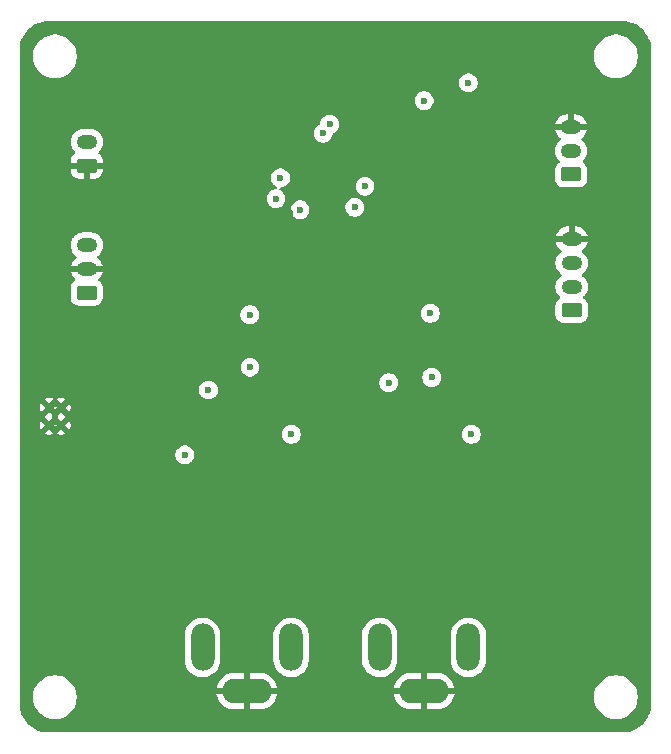
<source format=gbr>
%TF.GenerationSoftware,KiCad,Pcbnew,9.0.7*%
%TF.CreationDate,2026-01-19T21:17:24-05:00*%
%TF.ProjectId,dac,6461632e-6b69-4636-9164-5f7063625858,rev?*%
%TF.SameCoordinates,Original*%
%TF.FileFunction,Copper,L3,Inr*%
%TF.FilePolarity,Positive*%
%FSLAX46Y46*%
G04 Gerber Fmt 4.6, Leading zero omitted, Abs format (unit mm)*
G04 Created by KiCad (PCBNEW 9.0.7) date 2026-01-19 21:17:24*
%MOMM*%
%LPD*%
G01*
G04 APERTURE LIST*
G04 Aperture macros list*
%AMRoundRect*
0 Rectangle with rounded corners*
0 $1 Rounding radius*
0 $2 $3 $4 $5 $6 $7 $8 $9 X,Y pos of 4 corners*
0 Add a 4 corners polygon primitive as box body*
4,1,4,$2,$3,$4,$5,$6,$7,$8,$9,$2,$3,0*
0 Add four circle primitives for the rounded corners*
1,1,$1+$1,$2,$3*
1,1,$1+$1,$4,$5*
1,1,$1+$1,$6,$7*
1,1,$1+$1,$8,$9*
0 Add four rect primitives between the rounded corners*
20,1,$1+$1,$2,$3,$4,$5,0*
20,1,$1+$1,$4,$5,$6,$7,0*
20,1,$1+$1,$6,$7,$8,$9,0*
20,1,$1+$1,$8,$9,$2,$3,0*%
G04 Aperture macros list end*
%TA.AperFunction,ComponentPad*%
%ADD10RoundRect,0.250000X0.625000X-0.350000X0.625000X0.350000X-0.625000X0.350000X-0.625000X-0.350000X0*%
%TD*%
%TA.AperFunction,ComponentPad*%
%ADD11O,1.750000X1.200000*%
%TD*%
%TA.AperFunction,ComponentPad*%
%ADD12C,0.600000*%
%TD*%
%TA.AperFunction,ComponentPad*%
%ADD13O,4.200000X2.100000*%
%TD*%
%TA.AperFunction,ComponentPad*%
%ADD14O,2.000000X4.000000*%
%TD*%
%TA.AperFunction,ViaPad*%
%ADD15C,0.600000*%
%TD*%
G04 APERTURE END LIST*
D10*
%TO.N,GND*%
%TO.C,J4*%
X108700000Y-87500000D03*
D11*
%TO.N,+5V*%
X108700000Y-85500000D03*
%TD*%
D10*
%TO.N,/BCLK*%
%TO.C,J2*%
X149750000Y-99750000D03*
D11*
%TO.N,/WCLK*%
X149750000Y-97750000D03*
%TO.N,/DATA*%
X149750000Y-95750000D03*
%TO.N,GND*%
X149750000Y-93750000D03*
%TD*%
D10*
%TO.N,/SCL*%
%TO.C,J1*%
X149700000Y-88250000D03*
D11*
%TO.N,/SCA*%
X149700000Y-86250000D03*
%TO.N,GND*%
X149700000Y-84250000D03*
%TD*%
D12*
%TO.N,GND*%
%TO.C,U5*%
X105525000Y-107990000D03*
X105525000Y-109490000D03*
X106025000Y-108740000D03*
X106525000Y-107990000D03*
X106525000Y-109490000D03*
%TD*%
D10*
%TO.N,/+15V*%
%TO.C,J3*%
X108700000Y-98250000D03*
D11*
%TO.N,GND*%
X108700000Y-96250000D03*
%TO.N,/-15V*%
X108700000Y-94250000D03*
%TD*%
D13*
%TO.N,GND*%
%TO.C,J5*%
X122250000Y-132000000D03*
X137250000Y-132000000D03*
D14*
%TO.N,Net-(C15-Pad2)*%
X118500000Y-128300000D03*
%TO.N,Net-(C21-Pad2)*%
X133500000Y-128300000D03*
%TO.N,Net-(C15-Pad2)*%
X126000000Y-128300000D03*
%TO.N,Net-(C21-Pad2)*%
X141000000Y-128300000D03*
%TD*%
D15*
%TO.N,GND*%
X131250000Y-127750000D03*
X126750000Y-101500000D03*
X110250000Y-80250000D03*
X113000000Y-88750000D03*
X144000000Y-82000000D03*
X111250000Y-127595455D03*
X104750000Y-86409091D03*
X150250000Y-118840910D03*
X150250000Y-133331818D03*
X136750000Y-95250000D03*
X153500000Y-86409091D03*
X126700000Y-113152273D03*
X123750000Y-97000000D03*
X108000000Y-118840910D03*
X131250000Y-116090910D03*
X120250000Y-91500000D03*
X131250000Y-121927273D03*
X147000000Y-89327273D03*
X147000000Y-118840910D03*
X126700000Y-116070455D03*
X120250000Y-85250000D03*
X141250000Y-91250000D03*
X111250000Y-130500000D03*
X153500000Y-104250000D03*
X133750000Y-101500000D03*
X143750000Y-113004546D03*
X104750000Y-92245455D03*
X117000000Y-94500000D03*
X104750000Y-98081819D03*
X122250000Y-83750000D03*
X110250000Y-78000000D03*
X143750000Y-107168182D03*
X106500000Y-112500000D03*
X143750000Y-95163637D03*
X131250000Y-113172728D03*
X114500000Y-118840910D03*
X131250000Y-133500000D03*
X104750000Y-121759091D03*
X112857143Y-78000000D03*
X123500000Y-80000000D03*
X153500000Y-89327273D03*
X147000000Y-130500000D03*
X129589285Y-78000000D03*
X134250000Y-95250000D03*
X120749998Y-90625000D03*
X133750000Y-104418182D03*
X143750000Y-130500000D03*
X115500000Y-87250000D03*
X131250000Y-119009091D03*
X153500000Y-83490909D03*
X108000000Y-115922728D03*
X118750000Y-80000000D03*
X141250000Y-89250000D03*
X148750000Y-78000000D03*
X153500000Y-107168182D03*
X147000000Y-98081819D03*
X131250000Y-98250000D03*
X104750000Y-124677273D03*
X143750000Y-115922728D03*
X104750000Y-101000000D03*
X143750000Y-101000000D03*
X146589285Y-78000000D03*
X153500000Y-124677273D03*
X112250000Y-98081818D03*
X131250000Y-101500000D03*
X127250000Y-87000000D03*
X108000000Y-127595455D03*
X147000000Y-113004546D03*
X108000000Y-121759091D03*
X141250000Y-95250000D03*
X150250000Y-127595455D03*
X133750000Y-90250000D03*
X133750000Y-118988636D03*
X153500000Y-118840910D03*
X106750000Y-106000000D03*
X150250000Y-107168182D03*
X143750000Y-124677273D03*
X153500000Y-101000000D03*
X115500000Y-101000000D03*
X134704605Y-85376156D03*
X120250000Y-83750000D03*
X126700000Y-124825000D03*
X150250000Y-115922728D03*
X111250000Y-118840910D03*
X143750000Y-127595455D03*
X104750000Y-112500000D03*
X129000000Y-124845455D03*
X147000000Y-101000000D03*
X147000000Y-133331818D03*
X129000000Y-113172728D03*
X129000000Y-98250000D03*
X143750000Y-133331818D03*
X153500000Y-115922728D03*
X104750000Y-105250000D03*
X134785714Y-78000000D03*
X114500000Y-121759091D03*
X117750000Y-124750000D03*
X153500000Y-113004546D03*
X114500000Y-115922728D03*
X115000000Y-78000000D03*
X129000000Y-107336364D03*
X129000000Y-130581818D03*
X129750000Y-87000000D03*
X115500000Y-85750000D03*
X143750000Y-110086364D03*
X121250000Y-89750000D03*
X117785714Y-78000000D03*
X129000000Y-133500000D03*
X120232143Y-78000000D03*
X115500000Y-88750000D03*
X122375000Y-78000000D03*
X143750000Y-104250000D03*
X121250000Y-87000000D03*
X129000000Y-121927273D03*
X108000000Y-124677273D03*
X150250000Y-113004546D03*
X126700000Y-118988636D03*
X153500000Y-98081819D03*
X104750000Y-127595455D03*
X104750000Y-118840910D03*
X153500000Y-121759091D03*
X153500000Y-95163637D03*
X129000000Y-119009091D03*
X121250000Y-97000000D03*
X147000000Y-107168182D03*
X114500000Y-130500000D03*
X117750000Y-121831818D03*
X147000000Y-110086364D03*
X111250000Y-124677273D03*
X134785714Y-80000000D03*
X122750000Y-109500000D03*
X147000000Y-124677273D03*
X112750000Y-80250000D03*
X120250000Y-89750000D03*
X127250000Y-84000000D03*
X147000000Y-121759091D03*
X133750000Y-113152273D03*
X113000000Y-85750000D03*
X129000000Y-116090910D03*
X122250000Y-85250000D03*
X143750000Y-98081819D03*
X121250000Y-80000000D03*
X111250000Y-133331818D03*
X111250000Y-121759091D03*
X104750000Y-89327273D03*
X138000000Y-109000000D03*
X112250000Y-101000000D03*
X115500000Y-98081818D03*
X143750000Y-121759091D03*
X131250000Y-124845455D03*
X104750000Y-83490909D03*
X141250000Y-98081819D03*
X114500000Y-127595455D03*
X125900000Y-91500000D03*
X114500000Y-124677273D03*
X153500000Y-92245455D03*
X143750000Y-118840910D03*
X130723990Y-85575000D03*
X143000000Y-85500000D03*
X146589285Y-80000000D03*
X150250000Y-104250000D03*
X150250000Y-124677273D03*
X117750000Y-118913637D03*
X147000000Y-127595455D03*
X114500000Y-133331818D03*
X130250000Y-93500000D03*
X129000000Y-127750000D03*
X153500000Y-110086364D03*
X153500000Y-127595455D03*
X126700000Y-121906818D03*
X133750000Y-121906818D03*
X131250000Y-107336364D03*
X147000000Y-115922728D03*
X131250000Y-104418182D03*
X133750000Y-116070455D03*
X139000000Y-95250000D03*
X150250000Y-130500000D03*
X127250000Y-89250000D03*
X131250000Y-130581818D03*
X124839285Y-78000000D03*
X126750000Y-104418182D03*
X113000000Y-87250000D03*
X110000000Y-106500000D03*
X129000000Y-104418182D03*
X129000000Y-101500000D03*
X147000000Y-104250000D03*
X150250000Y-110086364D03*
X148750000Y-80000000D03*
X129000000Y-95331818D03*
X111250000Y-115922728D03*
X133750000Y-124825000D03*
X134785714Y-82000000D03*
X104750000Y-115922728D03*
X126750000Y-98250000D03*
X112000000Y-92500000D03*
X123250000Y-89250000D03*
X150250000Y-121759091D03*
X121250000Y-91500000D03*
X146500000Y-82000000D03*
X129750000Y-89250000D03*
X127000000Y-78000000D03*
%TO.N,DAC2B*%
X137890000Y-105444283D03*
X137783862Y-100007997D03*
%TO.N,+3.3V*%
X132250000Y-89250000D03*
X125091263Y-88545895D03*
X126750000Y-91250000D03*
X124717491Y-90302438D03*
X131392322Y-91023694D03*
%TO.N,DAC1B*%
X122499999Y-100134651D03*
X122515288Y-104565472D03*
%TO.N,+12V*%
X134250000Y-105887502D03*
X119000000Y-106500000D03*
%TO.N,-12V*%
X141250000Y-110250000D03*
X126000000Y-110250000D03*
X117000000Y-112000000D03*
%TO.N,Net-(U1-ADDR0)*%
X128699000Y-84756223D03*
X137250000Y-82000000D03*
%TO.N,Net-(U1-ADDR1)*%
X141000000Y-80500000D03*
X129250000Y-84000000D03*
%TD*%
%TA.AperFunction,Conductor*%
%TO.N,GND*%
G36*
X154003736Y-75250726D02*
G01*
X154293796Y-75268271D01*
X154308659Y-75270076D01*
X154590798Y-75321780D01*
X154605335Y-75325363D01*
X154879172Y-75410695D01*
X154893163Y-75416000D01*
X155154743Y-75533727D01*
X155167989Y-75540680D01*
X155413465Y-75689075D01*
X155425776Y-75697573D01*
X155651573Y-75874473D01*
X155662781Y-75884403D01*
X155865596Y-76087218D01*
X155875526Y-76098426D01*
X155995481Y-76251538D01*
X156052422Y-76324217D01*
X156060926Y-76336537D01*
X156118128Y-76431161D01*
X156209316Y-76582004D01*
X156216275Y-76595263D01*
X156333997Y-76856831D01*
X156339306Y-76870832D01*
X156424635Y-77144663D01*
X156428219Y-77159201D01*
X156479923Y-77441340D01*
X156481728Y-77456205D01*
X156499274Y-77746263D01*
X156499500Y-77753750D01*
X156499500Y-132996249D01*
X156499274Y-133003736D01*
X156481728Y-133293794D01*
X156479923Y-133308659D01*
X156428219Y-133590798D01*
X156424635Y-133605336D01*
X156339306Y-133879167D01*
X156333997Y-133893168D01*
X156216275Y-134154736D01*
X156209316Y-134167995D01*
X156060928Y-134413459D01*
X156052422Y-134425782D01*
X155875526Y-134651573D01*
X155865596Y-134662781D01*
X155662781Y-134865596D01*
X155651573Y-134875526D01*
X155425782Y-135052422D01*
X155413459Y-135060928D01*
X155167995Y-135209316D01*
X155154736Y-135216275D01*
X154893168Y-135333997D01*
X154879167Y-135339306D01*
X154605336Y-135424635D01*
X154590798Y-135428219D01*
X154308659Y-135479923D01*
X154293794Y-135481728D01*
X154003736Y-135499274D01*
X153996249Y-135499500D01*
X105503751Y-135499500D01*
X105496264Y-135499274D01*
X105206205Y-135481728D01*
X105191340Y-135479923D01*
X104909201Y-135428219D01*
X104894663Y-135424635D01*
X104620832Y-135339306D01*
X104606831Y-135333997D01*
X104345263Y-135216275D01*
X104332004Y-135209316D01*
X104086540Y-135060928D01*
X104074217Y-135052422D01*
X103848426Y-134875526D01*
X103837218Y-134865596D01*
X103634403Y-134662781D01*
X103624473Y-134651573D01*
X103447573Y-134425776D01*
X103439075Y-134413465D01*
X103290680Y-134167989D01*
X103283727Y-134154743D01*
X103166000Y-133893163D01*
X103160693Y-133879167D01*
X103111949Y-133722743D01*
X103075363Y-133605335D01*
X103071780Y-133590798D01*
X103020075Y-133308657D01*
X103018271Y-133293794D01*
X103000726Y-133003736D01*
X103000500Y-132996249D01*
X103000500Y-132378711D01*
X104149500Y-132378711D01*
X104149500Y-132621288D01*
X104181161Y-132861785D01*
X104243947Y-133096104D01*
X104336773Y-133320205D01*
X104336776Y-133320212D01*
X104458064Y-133530289D01*
X104458066Y-133530292D01*
X104458067Y-133530293D01*
X104605733Y-133722736D01*
X104605739Y-133722743D01*
X104777256Y-133894260D01*
X104777262Y-133894265D01*
X104969711Y-134041936D01*
X105179788Y-134163224D01*
X105403900Y-134256054D01*
X105638211Y-134318838D01*
X105818586Y-134342584D01*
X105878711Y-134350500D01*
X105878712Y-134350500D01*
X106121289Y-134350500D01*
X106169388Y-134344167D01*
X106361789Y-134318838D01*
X106596100Y-134256054D01*
X106820212Y-134163224D01*
X107030289Y-134041936D01*
X107222738Y-133894265D01*
X107394265Y-133722738D01*
X107541936Y-133530289D01*
X107663224Y-133320212D01*
X107756054Y-133096100D01*
X107818838Y-132861789D01*
X107850500Y-132621288D01*
X107850500Y-132378712D01*
X107818838Y-132138211D01*
X107756054Y-131903900D01*
X107756051Y-131903892D01*
X107727315Y-131834515D01*
X107692307Y-131750000D01*
X119670275Y-131750000D01*
X121049999Y-131750000D01*
X121024979Y-131810402D01*
X121000000Y-131935981D01*
X121000000Y-132064019D01*
X121024979Y-132189598D01*
X121049999Y-132250000D01*
X119670275Y-132250000D01*
X119688165Y-132362959D01*
X119763560Y-132594998D01*
X119874321Y-132812377D01*
X120017728Y-133009759D01*
X120190240Y-133182271D01*
X120387622Y-133325678D01*
X120605001Y-133436439D01*
X120837040Y-133511834D01*
X121078007Y-133550000D01*
X122000000Y-133550000D01*
X122000000Y-132650000D01*
X122500000Y-132650000D01*
X122500000Y-133550000D01*
X123421993Y-133550000D01*
X123662959Y-133511834D01*
X123894998Y-133436439D01*
X124112377Y-133325678D01*
X124309759Y-133182271D01*
X124482271Y-133009759D01*
X124625678Y-132812377D01*
X124736439Y-132594998D01*
X124811834Y-132362959D01*
X124829725Y-132250000D01*
X123450001Y-132250000D01*
X123475021Y-132189598D01*
X123500000Y-132064019D01*
X123500000Y-131935981D01*
X123475021Y-131810402D01*
X123450001Y-131750000D01*
X124829725Y-131750000D01*
X134670275Y-131750000D01*
X136049999Y-131750000D01*
X136024979Y-131810402D01*
X136000000Y-131935981D01*
X136000000Y-132064019D01*
X136024979Y-132189598D01*
X136049999Y-132250000D01*
X134670275Y-132250000D01*
X134688165Y-132362959D01*
X134763560Y-132594998D01*
X134874321Y-132812377D01*
X135017728Y-133009759D01*
X135190240Y-133182271D01*
X135387622Y-133325678D01*
X135605001Y-133436439D01*
X135837040Y-133511834D01*
X136078007Y-133550000D01*
X137000000Y-133550000D01*
X137000000Y-132650000D01*
X137500000Y-132650000D01*
X137500000Y-133550000D01*
X138421993Y-133550000D01*
X138662959Y-133511834D01*
X138894998Y-133436439D01*
X139112377Y-133325678D01*
X139309759Y-133182271D01*
X139482271Y-133009759D01*
X139625678Y-132812377D01*
X139736439Y-132594998D01*
X139806715Y-132378711D01*
X151649500Y-132378711D01*
X151649500Y-132621288D01*
X151681161Y-132861785D01*
X151743947Y-133096104D01*
X151836773Y-133320205D01*
X151836776Y-133320212D01*
X151958064Y-133530289D01*
X151958066Y-133530292D01*
X151958067Y-133530293D01*
X152105733Y-133722736D01*
X152105739Y-133722743D01*
X152277256Y-133894260D01*
X152277262Y-133894265D01*
X152469711Y-134041936D01*
X152679788Y-134163224D01*
X152903900Y-134256054D01*
X153138211Y-134318838D01*
X153318586Y-134342584D01*
X153378711Y-134350500D01*
X153378712Y-134350500D01*
X153621289Y-134350500D01*
X153669388Y-134344167D01*
X153861789Y-134318838D01*
X154096100Y-134256054D01*
X154320212Y-134163224D01*
X154530289Y-134041936D01*
X154722738Y-133894265D01*
X154894265Y-133722738D01*
X155041936Y-133530289D01*
X155163224Y-133320212D01*
X155256054Y-133096100D01*
X155318838Y-132861789D01*
X155350500Y-132621288D01*
X155350500Y-132378712D01*
X155318838Y-132138211D01*
X155256054Y-131903900D01*
X155163224Y-131679788D01*
X155041936Y-131469711D01*
X154894265Y-131277262D01*
X154894260Y-131277256D01*
X154722743Y-131105739D01*
X154722736Y-131105733D01*
X154530293Y-130958067D01*
X154530292Y-130958066D01*
X154530289Y-130958064D01*
X154320212Y-130836776D01*
X154274226Y-130817728D01*
X154096104Y-130743947D01*
X153861785Y-130681161D01*
X153621289Y-130649500D01*
X153621288Y-130649500D01*
X153378712Y-130649500D01*
X153378711Y-130649500D01*
X153138214Y-130681161D01*
X152903895Y-130743947D01*
X152679794Y-130836773D01*
X152679785Y-130836777D01*
X152469706Y-130958067D01*
X152277263Y-131105733D01*
X152277256Y-131105739D01*
X152105739Y-131277256D01*
X152105733Y-131277263D01*
X151958067Y-131469706D01*
X151836777Y-131679785D01*
X151836773Y-131679794D01*
X151743947Y-131903895D01*
X151681161Y-132138214D01*
X151649500Y-132378711D01*
X139806715Y-132378711D01*
X139811832Y-132362963D01*
X139813053Y-132355258D01*
X139813054Y-132355255D01*
X139829725Y-132250000D01*
X138450001Y-132250000D01*
X138475021Y-132189598D01*
X138500000Y-132064019D01*
X138500000Y-131935981D01*
X138475021Y-131810402D01*
X138450001Y-131750000D01*
X139829725Y-131750000D01*
X139811834Y-131637040D01*
X139736439Y-131405001D01*
X139625678Y-131187622D01*
X139482271Y-130990240D01*
X139309759Y-130817728D01*
X139112377Y-130674321D01*
X138894998Y-130563560D01*
X138662959Y-130488165D01*
X138421993Y-130450000D01*
X137500000Y-130450000D01*
X137500000Y-131350000D01*
X137000000Y-131350000D01*
X137000000Y-130450000D01*
X136078007Y-130450000D01*
X135837040Y-130488165D01*
X135605001Y-130563560D01*
X135387622Y-130674321D01*
X135190240Y-130817728D01*
X135017728Y-130990240D01*
X134874321Y-131187622D01*
X134763560Y-131405001D01*
X134688165Y-131637040D01*
X134670275Y-131750000D01*
X124829725Y-131750000D01*
X124811834Y-131637040D01*
X124736439Y-131405001D01*
X124625678Y-131187622D01*
X124482271Y-130990240D01*
X124309759Y-130817728D01*
X124112377Y-130674321D01*
X123894998Y-130563560D01*
X123662959Y-130488165D01*
X123421993Y-130450000D01*
X122500000Y-130450000D01*
X122500000Y-131350000D01*
X122000000Y-131350000D01*
X122000000Y-130450000D01*
X121078007Y-130450000D01*
X120837040Y-130488165D01*
X120605001Y-130563560D01*
X120387622Y-130674321D01*
X120190240Y-130817728D01*
X120017728Y-130990240D01*
X119874321Y-131187622D01*
X119763560Y-131405001D01*
X119688165Y-131637040D01*
X119670275Y-131750000D01*
X107692307Y-131750000D01*
X107663227Y-131679794D01*
X107663222Y-131679785D01*
X107638543Y-131637040D01*
X107541936Y-131469711D01*
X107394265Y-131277262D01*
X107394260Y-131277256D01*
X107222743Y-131105739D01*
X107222736Y-131105733D01*
X107030293Y-130958067D01*
X107030292Y-130958066D01*
X107030289Y-130958064D01*
X106820212Y-130836776D01*
X106774226Y-130817728D01*
X106596104Y-130743947D01*
X106361785Y-130681161D01*
X106121289Y-130649500D01*
X106121288Y-130649500D01*
X105878712Y-130649500D01*
X105878711Y-130649500D01*
X105638214Y-130681161D01*
X105403895Y-130743947D01*
X105179794Y-130836773D01*
X105179785Y-130836777D01*
X104969706Y-130958067D01*
X104777263Y-131105733D01*
X104777256Y-131105739D01*
X104605739Y-131277256D01*
X104605733Y-131277263D01*
X104458067Y-131469706D01*
X104336777Y-131679785D01*
X104336773Y-131679794D01*
X104243947Y-131903895D01*
X104181161Y-132138214D01*
X104149500Y-132378711D01*
X103000500Y-132378711D01*
X103000500Y-127181902D01*
X116999500Y-127181902D01*
X116999500Y-129418097D01*
X117036446Y-129651368D01*
X117109433Y-129875996D01*
X117216657Y-130086433D01*
X117355483Y-130277510D01*
X117522490Y-130444517D01*
X117713567Y-130583343D01*
X117812991Y-130634002D01*
X117924003Y-130690566D01*
X117924005Y-130690566D01*
X117924008Y-130690568D01*
X118044412Y-130729689D01*
X118148631Y-130763553D01*
X118381903Y-130800500D01*
X118381908Y-130800500D01*
X118618097Y-130800500D01*
X118851368Y-130763553D01*
X119075992Y-130690568D01*
X119286433Y-130583343D01*
X119477510Y-130444517D01*
X119644517Y-130277510D01*
X119783343Y-130086433D01*
X119890568Y-129875992D01*
X119963553Y-129651368D01*
X120000500Y-129418097D01*
X120000500Y-127181902D01*
X124499500Y-127181902D01*
X124499500Y-129418097D01*
X124536446Y-129651368D01*
X124609433Y-129875996D01*
X124716657Y-130086433D01*
X124855483Y-130277510D01*
X125022490Y-130444517D01*
X125213567Y-130583343D01*
X125312991Y-130634002D01*
X125424003Y-130690566D01*
X125424005Y-130690566D01*
X125424008Y-130690568D01*
X125544412Y-130729689D01*
X125648631Y-130763553D01*
X125881903Y-130800500D01*
X125881908Y-130800500D01*
X126118097Y-130800500D01*
X126351368Y-130763553D01*
X126575992Y-130690568D01*
X126786433Y-130583343D01*
X126977510Y-130444517D01*
X127144517Y-130277510D01*
X127283343Y-130086433D01*
X127390568Y-129875992D01*
X127463553Y-129651368D01*
X127500500Y-129418097D01*
X127500500Y-127181902D01*
X131999500Y-127181902D01*
X131999500Y-129418097D01*
X132036446Y-129651368D01*
X132109433Y-129875996D01*
X132216657Y-130086433D01*
X132355483Y-130277510D01*
X132522490Y-130444517D01*
X132713567Y-130583343D01*
X132812991Y-130634002D01*
X132924003Y-130690566D01*
X132924005Y-130690566D01*
X132924008Y-130690568D01*
X133044412Y-130729689D01*
X133148631Y-130763553D01*
X133381903Y-130800500D01*
X133381908Y-130800500D01*
X133618097Y-130800500D01*
X133851368Y-130763553D01*
X134075992Y-130690568D01*
X134286433Y-130583343D01*
X134477510Y-130444517D01*
X134644517Y-130277510D01*
X134783343Y-130086433D01*
X134890568Y-129875992D01*
X134963553Y-129651368D01*
X135000500Y-129418097D01*
X135000500Y-127181902D01*
X139499500Y-127181902D01*
X139499500Y-129418097D01*
X139536446Y-129651368D01*
X139609433Y-129875996D01*
X139716657Y-130086433D01*
X139855483Y-130277510D01*
X140022490Y-130444517D01*
X140213567Y-130583343D01*
X140312991Y-130634002D01*
X140424003Y-130690566D01*
X140424005Y-130690566D01*
X140424008Y-130690568D01*
X140544412Y-130729689D01*
X140648631Y-130763553D01*
X140881903Y-130800500D01*
X140881908Y-130800500D01*
X141118097Y-130800500D01*
X141351368Y-130763553D01*
X141575992Y-130690568D01*
X141786433Y-130583343D01*
X141977510Y-130444517D01*
X142144517Y-130277510D01*
X142283343Y-130086433D01*
X142390568Y-129875992D01*
X142463553Y-129651368D01*
X142500500Y-129418097D01*
X142500500Y-127181902D01*
X142463553Y-126948631D01*
X142390566Y-126724003D01*
X142283342Y-126513566D01*
X142144517Y-126322490D01*
X141977510Y-126155483D01*
X141786433Y-126016657D01*
X141575996Y-125909433D01*
X141351368Y-125836446D01*
X141118097Y-125799500D01*
X141118092Y-125799500D01*
X140881908Y-125799500D01*
X140881903Y-125799500D01*
X140648631Y-125836446D01*
X140424003Y-125909433D01*
X140213566Y-126016657D01*
X140104550Y-126095862D01*
X140022490Y-126155483D01*
X140022488Y-126155485D01*
X140022487Y-126155485D01*
X139855485Y-126322487D01*
X139855485Y-126322488D01*
X139855483Y-126322490D01*
X139795862Y-126404550D01*
X139716657Y-126513566D01*
X139609433Y-126724003D01*
X139536446Y-126948631D01*
X139499500Y-127181902D01*
X135000500Y-127181902D01*
X134963553Y-126948631D01*
X134890566Y-126724003D01*
X134783342Y-126513566D01*
X134644517Y-126322490D01*
X134477510Y-126155483D01*
X134286433Y-126016657D01*
X134075996Y-125909433D01*
X133851368Y-125836446D01*
X133618097Y-125799500D01*
X133618092Y-125799500D01*
X133381908Y-125799500D01*
X133381903Y-125799500D01*
X133148631Y-125836446D01*
X132924003Y-125909433D01*
X132713566Y-126016657D01*
X132604550Y-126095862D01*
X132522490Y-126155483D01*
X132522488Y-126155485D01*
X132522487Y-126155485D01*
X132355485Y-126322487D01*
X132355485Y-126322488D01*
X132355483Y-126322490D01*
X132295862Y-126404550D01*
X132216657Y-126513566D01*
X132109433Y-126724003D01*
X132036446Y-126948631D01*
X131999500Y-127181902D01*
X127500500Y-127181902D01*
X127463553Y-126948631D01*
X127390566Y-126724003D01*
X127283342Y-126513566D01*
X127144517Y-126322490D01*
X126977510Y-126155483D01*
X126786433Y-126016657D01*
X126575996Y-125909433D01*
X126351368Y-125836446D01*
X126118097Y-125799500D01*
X126118092Y-125799500D01*
X125881908Y-125799500D01*
X125881903Y-125799500D01*
X125648631Y-125836446D01*
X125424003Y-125909433D01*
X125213566Y-126016657D01*
X125104550Y-126095862D01*
X125022490Y-126155483D01*
X125022488Y-126155485D01*
X125022487Y-126155485D01*
X124855485Y-126322487D01*
X124855485Y-126322488D01*
X124855483Y-126322490D01*
X124795862Y-126404550D01*
X124716657Y-126513566D01*
X124609433Y-126724003D01*
X124536446Y-126948631D01*
X124499500Y-127181902D01*
X120000500Y-127181902D01*
X119963553Y-126948631D01*
X119890566Y-126724003D01*
X119783342Y-126513566D01*
X119644517Y-126322490D01*
X119477510Y-126155483D01*
X119286433Y-126016657D01*
X119075996Y-125909433D01*
X118851368Y-125836446D01*
X118618097Y-125799500D01*
X118618092Y-125799500D01*
X118381908Y-125799500D01*
X118381903Y-125799500D01*
X118148631Y-125836446D01*
X117924003Y-125909433D01*
X117713566Y-126016657D01*
X117604550Y-126095862D01*
X117522490Y-126155483D01*
X117522488Y-126155485D01*
X117522487Y-126155485D01*
X117355485Y-126322487D01*
X117355485Y-126322488D01*
X117355483Y-126322490D01*
X117295862Y-126404550D01*
X117216657Y-126513566D01*
X117109433Y-126724003D01*
X117036446Y-126948631D01*
X116999500Y-127181902D01*
X103000500Y-127181902D01*
X103000500Y-111921153D01*
X116199500Y-111921153D01*
X116199500Y-112078846D01*
X116230261Y-112233489D01*
X116230264Y-112233501D01*
X116290602Y-112379172D01*
X116290609Y-112379185D01*
X116378210Y-112510288D01*
X116378213Y-112510292D01*
X116489707Y-112621786D01*
X116489711Y-112621789D01*
X116620814Y-112709390D01*
X116620827Y-112709397D01*
X116766498Y-112769735D01*
X116766503Y-112769737D01*
X116921153Y-112800499D01*
X116921156Y-112800500D01*
X116921158Y-112800500D01*
X117078844Y-112800500D01*
X117078845Y-112800499D01*
X117233497Y-112769737D01*
X117379179Y-112709394D01*
X117510289Y-112621789D01*
X117621789Y-112510289D01*
X117709394Y-112379179D01*
X117769737Y-112233497D01*
X117800500Y-112078842D01*
X117800500Y-111921158D01*
X117800500Y-111921155D01*
X117800499Y-111921153D01*
X117769738Y-111766510D01*
X117769737Y-111766503D01*
X117769735Y-111766498D01*
X117709397Y-111620827D01*
X117709390Y-111620814D01*
X117621789Y-111489711D01*
X117621786Y-111489707D01*
X117510292Y-111378213D01*
X117510288Y-111378210D01*
X117379185Y-111290609D01*
X117379172Y-111290602D01*
X117233501Y-111230264D01*
X117233489Y-111230261D01*
X117078845Y-111199500D01*
X117078842Y-111199500D01*
X116921158Y-111199500D01*
X116921155Y-111199500D01*
X116766510Y-111230261D01*
X116766498Y-111230264D01*
X116620827Y-111290602D01*
X116620814Y-111290609D01*
X116489711Y-111378210D01*
X116489707Y-111378213D01*
X116378213Y-111489707D01*
X116378210Y-111489711D01*
X116290609Y-111620814D01*
X116290602Y-111620827D01*
X116230264Y-111766498D01*
X116230261Y-111766510D01*
X116199500Y-111921153D01*
X103000500Y-111921153D01*
X103000500Y-110205845D01*
X105162706Y-110205845D01*
X105291652Y-110259257D01*
X105291656Y-110259258D01*
X105446202Y-110289999D01*
X105446206Y-110290000D01*
X105603794Y-110290000D01*
X105603797Y-110289999D01*
X105758343Y-110259258D01*
X105758347Y-110259257D01*
X105887293Y-110205845D01*
X106162706Y-110205845D01*
X106291652Y-110259257D01*
X106291656Y-110259258D01*
X106446202Y-110289999D01*
X106446206Y-110290000D01*
X106603794Y-110290000D01*
X106603797Y-110289999D01*
X106758343Y-110259258D01*
X106758347Y-110259257D01*
X106887293Y-110205845D01*
X106852601Y-110171153D01*
X125199500Y-110171153D01*
X125199500Y-110328846D01*
X125230261Y-110483489D01*
X125230264Y-110483501D01*
X125290602Y-110629172D01*
X125290609Y-110629185D01*
X125378210Y-110760288D01*
X125378213Y-110760292D01*
X125489707Y-110871786D01*
X125489711Y-110871789D01*
X125620814Y-110959390D01*
X125620827Y-110959397D01*
X125766498Y-111019735D01*
X125766503Y-111019737D01*
X125921153Y-111050499D01*
X125921156Y-111050500D01*
X125921158Y-111050500D01*
X126078844Y-111050500D01*
X126078845Y-111050499D01*
X126233497Y-111019737D01*
X126379179Y-110959394D01*
X126510289Y-110871789D01*
X126621789Y-110760289D01*
X126709394Y-110629179D01*
X126769737Y-110483497D01*
X126800500Y-110328842D01*
X126800500Y-110171158D01*
X126800500Y-110171155D01*
X126800499Y-110171153D01*
X140449500Y-110171153D01*
X140449500Y-110328846D01*
X140480261Y-110483489D01*
X140480264Y-110483501D01*
X140540602Y-110629172D01*
X140540609Y-110629185D01*
X140628210Y-110760288D01*
X140628213Y-110760292D01*
X140739707Y-110871786D01*
X140739711Y-110871789D01*
X140870814Y-110959390D01*
X140870827Y-110959397D01*
X141016498Y-111019735D01*
X141016503Y-111019737D01*
X141171153Y-111050499D01*
X141171156Y-111050500D01*
X141171158Y-111050500D01*
X141328844Y-111050500D01*
X141328845Y-111050499D01*
X141483497Y-111019737D01*
X141629179Y-110959394D01*
X141760289Y-110871789D01*
X141871789Y-110760289D01*
X141959394Y-110629179D01*
X142019737Y-110483497D01*
X142050500Y-110328842D01*
X142050500Y-110171158D01*
X142050500Y-110171155D01*
X142050499Y-110171153D01*
X142019738Y-110016510D01*
X142019737Y-110016503D01*
X142019735Y-110016498D01*
X141959397Y-109870827D01*
X141959390Y-109870814D01*
X141871789Y-109739711D01*
X141871786Y-109739707D01*
X141760292Y-109628213D01*
X141760288Y-109628210D01*
X141629185Y-109540609D01*
X141629172Y-109540602D01*
X141483501Y-109480264D01*
X141483489Y-109480261D01*
X141328845Y-109449500D01*
X141328842Y-109449500D01*
X141171158Y-109449500D01*
X141171155Y-109449500D01*
X141016510Y-109480261D01*
X141016498Y-109480264D01*
X140870827Y-109540602D01*
X140870814Y-109540609D01*
X140739711Y-109628210D01*
X140739707Y-109628213D01*
X140628213Y-109739707D01*
X140628210Y-109739711D01*
X140540609Y-109870814D01*
X140540602Y-109870827D01*
X140480264Y-110016498D01*
X140480261Y-110016510D01*
X140449500Y-110171153D01*
X126800499Y-110171153D01*
X126769738Y-110016510D01*
X126769737Y-110016503D01*
X126769735Y-110016498D01*
X126709397Y-109870827D01*
X126709390Y-109870814D01*
X126621789Y-109739711D01*
X126621786Y-109739707D01*
X126510292Y-109628213D01*
X126510288Y-109628210D01*
X126379185Y-109540609D01*
X126379172Y-109540602D01*
X126233501Y-109480264D01*
X126233489Y-109480261D01*
X126078845Y-109449500D01*
X126078842Y-109449500D01*
X125921158Y-109449500D01*
X125921155Y-109449500D01*
X125766510Y-109480261D01*
X125766498Y-109480264D01*
X125620827Y-109540602D01*
X125620814Y-109540609D01*
X125489711Y-109628210D01*
X125489707Y-109628213D01*
X125378213Y-109739707D01*
X125378210Y-109739711D01*
X125290609Y-109870814D01*
X125290602Y-109870827D01*
X125230264Y-110016498D01*
X125230261Y-110016510D01*
X125199500Y-110171153D01*
X106852601Y-110171153D01*
X106525001Y-109843553D01*
X106525000Y-109843553D01*
X106162706Y-110205845D01*
X105887293Y-110205845D01*
X105525001Y-109843553D01*
X105525000Y-109843553D01*
X105162706Y-110205845D01*
X103000500Y-110205845D01*
X103000500Y-109411202D01*
X104725000Y-109411202D01*
X104725000Y-109568797D01*
X104755741Y-109723343D01*
X104755743Y-109723351D01*
X104809153Y-109852293D01*
X105171446Y-109490001D01*
X105171446Y-109489999D01*
X105141610Y-109460163D01*
X105375000Y-109460163D01*
X105375000Y-109519837D01*
X105397836Y-109574968D01*
X105440032Y-109617164D01*
X105495163Y-109640000D01*
X105554837Y-109640000D01*
X105609968Y-109617164D01*
X105652164Y-109574968D01*
X105675000Y-109519837D01*
X105675000Y-109489999D01*
X105878553Y-109489999D01*
X106025000Y-109636446D01*
X106171446Y-109490001D01*
X106171446Y-109490000D01*
X106141609Y-109460163D01*
X106375000Y-109460163D01*
X106375000Y-109519837D01*
X106397836Y-109574968D01*
X106440032Y-109617164D01*
X106495163Y-109640000D01*
X106554837Y-109640000D01*
X106609968Y-109617164D01*
X106652164Y-109574968D01*
X106675000Y-109519837D01*
X106675000Y-109489999D01*
X106878553Y-109489999D01*
X106878553Y-109490001D01*
X107240845Y-109852293D01*
X107294257Y-109723347D01*
X107294258Y-109723343D01*
X107324999Y-109568797D01*
X107325000Y-109568794D01*
X107325000Y-109411206D01*
X107324999Y-109411202D01*
X107294258Y-109256656D01*
X107294257Y-109256652D01*
X107240845Y-109127706D01*
X106878553Y-109489999D01*
X106675000Y-109489999D01*
X106675000Y-109460163D01*
X106652164Y-109405032D01*
X106609968Y-109362836D01*
X106554837Y-109340000D01*
X106495163Y-109340000D01*
X106440032Y-109362836D01*
X106397836Y-109405032D01*
X106375000Y-109460163D01*
X106141609Y-109460163D01*
X106025000Y-109343553D01*
X105878553Y-109489999D01*
X105675000Y-109489999D01*
X105675000Y-109460163D01*
X105652164Y-109405032D01*
X105609968Y-109362836D01*
X105554837Y-109340000D01*
X105495163Y-109340000D01*
X105440032Y-109362836D01*
X105397836Y-109405032D01*
X105375000Y-109460163D01*
X105141610Y-109460163D01*
X104809153Y-109127705D01*
X104755743Y-109256648D01*
X104755741Y-109256656D01*
X104725000Y-109411202D01*
X103000500Y-109411202D01*
X103000500Y-108705845D01*
X105162705Y-108705845D01*
X105164687Y-108715808D01*
X105164687Y-108764190D01*
X105162705Y-108774153D01*
X105525000Y-109136446D01*
X105525001Y-109136446D01*
X105879864Y-108781580D01*
X105897836Y-108824968D01*
X105940032Y-108867164D01*
X105995163Y-108890000D01*
X106054837Y-108890000D01*
X106109968Y-108867164D01*
X106152164Y-108824968D01*
X106170135Y-108781581D01*
X106525000Y-109136446D01*
X106525001Y-109136446D01*
X106887292Y-108774154D01*
X106885311Y-108764191D01*
X106885311Y-108715806D01*
X106887292Y-108705844D01*
X106525000Y-108343553D01*
X106170134Y-108698416D01*
X106152164Y-108655032D01*
X106109968Y-108612836D01*
X106054837Y-108590000D01*
X105995163Y-108590000D01*
X105940032Y-108612836D01*
X105897836Y-108655032D01*
X105879864Y-108698417D01*
X105525001Y-108343553D01*
X105525000Y-108343553D01*
X105162705Y-108705845D01*
X103000500Y-108705845D01*
X103000500Y-107911202D01*
X104725000Y-107911202D01*
X104725000Y-108068797D01*
X104755741Y-108223343D01*
X104755743Y-108223351D01*
X104809153Y-108352293D01*
X105171446Y-107990001D01*
X105171446Y-107989999D01*
X105141610Y-107960163D01*
X105375000Y-107960163D01*
X105375000Y-108019837D01*
X105397836Y-108074968D01*
X105440032Y-108117164D01*
X105495163Y-108140000D01*
X105554837Y-108140000D01*
X105609968Y-108117164D01*
X105652164Y-108074968D01*
X105675000Y-108019837D01*
X105675000Y-107989999D01*
X105878553Y-107989999D01*
X106025000Y-108136446D01*
X106171446Y-107990001D01*
X106171446Y-107990000D01*
X106141609Y-107960163D01*
X106375000Y-107960163D01*
X106375000Y-108019837D01*
X106397836Y-108074968D01*
X106440032Y-108117164D01*
X106495163Y-108140000D01*
X106554837Y-108140000D01*
X106609968Y-108117164D01*
X106652164Y-108074968D01*
X106675000Y-108019837D01*
X106675000Y-107989999D01*
X106878553Y-107989999D01*
X106878553Y-107990001D01*
X107240845Y-108352293D01*
X107294257Y-108223347D01*
X107294258Y-108223343D01*
X107324999Y-108068797D01*
X107325000Y-108068794D01*
X107325000Y-107911206D01*
X107324999Y-107911202D01*
X107294258Y-107756656D01*
X107294257Y-107756652D01*
X107240845Y-107627706D01*
X106878553Y-107989999D01*
X106675000Y-107989999D01*
X106675000Y-107960163D01*
X106652164Y-107905032D01*
X106609968Y-107862836D01*
X106554837Y-107840000D01*
X106495163Y-107840000D01*
X106440032Y-107862836D01*
X106397836Y-107905032D01*
X106375000Y-107960163D01*
X106141609Y-107960163D01*
X106025000Y-107843553D01*
X105878553Y-107989999D01*
X105675000Y-107989999D01*
X105675000Y-107960163D01*
X105652164Y-107905032D01*
X105609968Y-107862836D01*
X105554837Y-107840000D01*
X105495163Y-107840000D01*
X105440032Y-107862836D01*
X105397836Y-107905032D01*
X105375000Y-107960163D01*
X105141610Y-107960163D01*
X104809153Y-107627705D01*
X104755743Y-107756648D01*
X104755741Y-107756656D01*
X104725000Y-107911202D01*
X103000500Y-107911202D01*
X103000500Y-107274153D01*
X105162705Y-107274153D01*
X105525000Y-107636446D01*
X105525001Y-107636446D01*
X105887293Y-107274153D01*
X106162705Y-107274153D01*
X106525000Y-107636446D01*
X106525001Y-107636446D01*
X106887293Y-107274153D01*
X106758351Y-107220743D01*
X106758343Y-107220741D01*
X106603797Y-107190000D01*
X106446202Y-107190000D01*
X106291656Y-107220741D01*
X106291648Y-107220743D01*
X106162705Y-107274153D01*
X105887293Y-107274153D01*
X105758351Y-107220743D01*
X105758343Y-107220741D01*
X105603797Y-107190000D01*
X105446202Y-107190000D01*
X105291656Y-107220741D01*
X105291648Y-107220743D01*
X105162705Y-107274153D01*
X103000500Y-107274153D01*
X103000500Y-106421153D01*
X118199500Y-106421153D01*
X118199500Y-106578846D01*
X118230261Y-106733489D01*
X118230264Y-106733501D01*
X118290602Y-106879172D01*
X118290609Y-106879185D01*
X118378210Y-107010288D01*
X118378213Y-107010292D01*
X118489707Y-107121786D01*
X118489711Y-107121789D01*
X118620814Y-107209390D01*
X118620827Y-107209397D01*
X118766498Y-107269735D01*
X118766503Y-107269737D01*
X118921153Y-107300499D01*
X118921156Y-107300500D01*
X118921158Y-107300500D01*
X119078844Y-107300500D01*
X119078845Y-107300499D01*
X119233497Y-107269737D01*
X119379179Y-107209394D01*
X119510289Y-107121789D01*
X119621789Y-107010289D01*
X119709394Y-106879179D01*
X119769737Y-106733497D01*
X119800500Y-106578842D01*
X119800500Y-106421158D01*
X119800500Y-106421155D01*
X119800499Y-106421153D01*
X119795852Y-106397790D01*
X119769737Y-106266503D01*
X119760740Y-106244782D01*
X119709397Y-106120827D01*
X119709390Y-106120814D01*
X119621789Y-105989711D01*
X119621786Y-105989707D01*
X119510292Y-105878213D01*
X119510288Y-105878210D01*
X119406193Y-105808655D01*
X133449500Y-105808655D01*
X133449500Y-105966348D01*
X133480261Y-106120991D01*
X133480264Y-106121003D01*
X133540602Y-106266674D01*
X133540609Y-106266687D01*
X133628210Y-106397790D01*
X133628213Y-106397794D01*
X133739707Y-106509288D01*
X133739711Y-106509291D01*
X133870814Y-106596892D01*
X133870827Y-106596899D01*
X134016498Y-106657237D01*
X134016503Y-106657239D01*
X134171153Y-106688001D01*
X134171156Y-106688002D01*
X134171158Y-106688002D01*
X134328844Y-106688002D01*
X134328845Y-106688001D01*
X134483497Y-106657239D01*
X134629179Y-106596896D01*
X134760289Y-106509291D01*
X134871789Y-106397791D01*
X134959394Y-106266681D01*
X135019737Y-106120999D01*
X135050500Y-105966344D01*
X135050500Y-105808660D01*
X135050500Y-105808657D01*
X135050499Y-105808655D01*
X135034905Y-105730261D01*
X135019737Y-105654005D01*
X134965526Y-105523127D01*
X134959397Y-105508329D01*
X134959390Y-105508316D01*
X134905885Y-105428240D01*
X134871789Y-105377213D01*
X134871786Y-105377209D01*
X134860013Y-105365436D01*
X137089500Y-105365436D01*
X137089500Y-105523129D01*
X137120261Y-105677772D01*
X137120264Y-105677784D01*
X137180602Y-105823455D01*
X137180609Y-105823468D01*
X137268210Y-105954571D01*
X137268213Y-105954575D01*
X137379707Y-106066069D01*
X137379711Y-106066072D01*
X137510814Y-106153673D01*
X137510827Y-106153680D01*
X137656498Y-106214018D01*
X137656503Y-106214020D01*
X137811153Y-106244782D01*
X137811156Y-106244783D01*
X137811158Y-106244783D01*
X137968844Y-106244783D01*
X137968845Y-106244782D01*
X138123497Y-106214020D01*
X138269179Y-106153677D01*
X138400289Y-106066072D01*
X138511789Y-105954572D01*
X138599394Y-105823462D01*
X138659737Y-105677780D01*
X138690500Y-105523125D01*
X138690500Y-105365441D01*
X138690500Y-105365438D01*
X138690499Y-105365436D01*
X138672483Y-105274866D01*
X138659737Y-105210786D01*
X138649993Y-105187261D01*
X138599397Y-105065110D01*
X138599390Y-105065097D01*
X138511789Y-104933994D01*
X138511786Y-104933990D01*
X138400292Y-104822496D01*
X138400288Y-104822493D01*
X138269185Y-104734892D01*
X138269172Y-104734885D01*
X138123501Y-104674547D01*
X138123489Y-104674544D01*
X137968845Y-104643783D01*
X137968842Y-104643783D01*
X137811158Y-104643783D01*
X137811155Y-104643783D01*
X137656510Y-104674544D01*
X137656498Y-104674547D01*
X137510827Y-104734885D01*
X137510814Y-104734892D01*
X137379711Y-104822493D01*
X137379707Y-104822496D01*
X137268213Y-104933990D01*
X137268210Y-104933994D01*
X137180609Y-105065097D01*
X137180602Y-105065110D01*
X137120264Y-105210781D01*
X137120261Y-105210793D01*
X137089500Y-105365436D01*
X134860013Y-105365436D01*
X134760292Y-105265715D01*
X134760288Y-105265712D01*
X134629185Y-105178111D01*
X134629172Y-105178104D01*
X134483501Y-105117766D01*
X134483489Y-105117763D01*
X134328845Y-105087002D01*
X134328842Y-105087002D01*
X134171158Y-105087002D01*
X134171155Y-105087002D01*
X134016510Y-105117763D01*
X134016498Y-105117766D01*
X133870827Y-105178104D01*
X133870814Y-105178111D01*
X133739711Y-105265712D01*
X133739707Y-105265715D01*
X133628213Y-105377209D01*
X133628210Y-105377213D01*
X133540609Y-105508316D01*
X133540602Y-105508329D01*
X133480264Y-105654000D01*
X133480261Y-105654012D01*
X133449500Y-105808655D01*
X119406193Y-105808655D01*
X119379185Y-105790609D01*
X119379172Y-105790602D01*
X119233501Y-105730264D01*
X119233489Y-105730261D01*
X119078845Y-105699500D01*
X119078842Y-105699500D01*
X118921158Y-105699500D01*
X118921155Y-105699500D01*
X118766510Y-105730261D01*
X118766498Y-105730264D01*
X118620827Y-105790602D01*
X118620814Y-105790609D01*
X118489711Y-105878210D01*
X118489707Y-105878213D01*
X118378213Y-105989707D01*
X118378210Y-105989711D01*
X118290609Y-106120814D01*
X118290602Y-106120827D01*
X118230264Y-106266498D01*
X118230261Y-106266510D01*
X118199500Y-106421153D01*
X103000500Y-106421153D01*
X103000500Y-104486625D01*
X121714788Y-104486625D01*
X121714788Y-104644318D01*
X121745549Y-104798961D01*
X121745552Y-104798973D01*
X121805890Y-104944644D01*
X121805897Y-104944657D01*
X121893498Y-105075760D01*
X121893501Y-105075764D01*
X122004995Y-105187258D01*
X122004999Y-105187261D01*
X122136102Y-105274862D01*
X122136115Y-105274869D01*
X122281786Y-105335207D01*
X122281791Y-105335209D01*
X122433751Y-105365436D01*
X122436441Y-105365971D01*
X122436444Y-105365972D01*
X122436446Y-105365972D01*
X122594132Y-105365972D01*
X122594133Y-105365971D01*
X122748785Y-105335209D01*
X122894467Y-105274866D01*
X123025577Y-105187261D01*
X123137077Y-105075761D01*
X123224682Y-104944651D01*
X123285025Y-104798969D01*
X123315788Y-104644314D01*
X123315788Y-104486630D01*
X123315788Y-104486627D01*
X123315787Y-104486625D01*
X123285026Y-104331982D01*
X123285025Y-104331975D01*
X123285023Y-104331970D01*
X123224685Y-104186299D01*
X123224678Y-104186286D01*
X123137077Y-104055183D01*
X123137074Y-104055179D01*
X123025580Y-103943685D01*
X123025576Y-103943682D01*
X122894473Y-103856081D01*
X122894460Y-103856074D01*
X122748789Y-103795736D01*
X122748777Y-103795733D01*
X122594133Y-103764972D01*
X122594130Y-103764972D01*
X122436446Y-103764972D01*
X122436443Y-103764972D01*
X122281798Y-103795733D01*
X122281786Y-103795736D01*
X122136115Y-103856074D01*
X122136102Y-103856081D01*
X122004999Y-103943682D01*
X122004995Y-103943685D01*
X121893501Y-104055179D01*
X121893498Y-104055183D01*
X121805897Y-104186286D01*
X121805890Y-104186299D01*
X121745552Y-104331970D01*
X121745549Y-104331982D01*
X121714788Y-104486625D01*
X103000500Y-104486625D01*
X103000500Y-100055804D01*
X121699499Y-100055804D01*
X121699499Y-100213497D01*
X121730260Y-100368140D01*
X121730263Y-100368152D01*
X121790601Y-100513823D01*
X121790608Y-100513836D01*
X121878209Y-100644939D01*
X121878212Y-100644943D01*
X121989706Y-100756437D01*
X121989710Y-100756440D01*
X122120813Y-100844041D01*
X122120826Y-100844048D01*
X122266497Y-100904386D01*
X122266502Y-100904388D01*
X122421152Y-100935150D01*
X122421155Y-100935151D01*
X122421157Y-100935151D01*
X122578843Y-100935151D01*
X122578844Y-100935150D01*
X122733496Y-100904388D01*
X122879178Y-100844045D01*
X123010288Y-100756440D01*
X123121788Y-100644940D01*
X123209393Y-100513830D01*
X123269736Y-100368148D01*
X123300499Y-100213493D01*
X123300499Y-100055809D01*
X123300499Y-100055806D01*
X123278906Y-99947255D01*
X123275305Y-99929150D01*
X136983362Y-99929150D01*
X136983362Y-100086843D01*
X137014123Y-100241486D01*
X137014126Y-100241498D01*
X137074464Y-100387169D01*
X137074471Y-100387182D01*
X137162072Y-100518285D01*
X137162075Y-100518289D01*
X137273569Y-100629783D01*
X137273573Y-100629786D01*
X137404676Y-100717387D01*
X137404689Y-100717394D01*
X137498949Y-100756437D01*
X137550365Y-100777734D01*
X137705015Y-100808496D01*
X137705018Y-100808497D01*
X137705020Y-100808497D01*
X137862706Y-100808497D01*
X137862707Y-100808496D01*
X138017359Y-100777734D01*
X138163041Y-100717391D01*
X138294151Y-100629786D01*
X138405651Y-100518286D01*
X138493256Y-100387176D01*
X138553599Y-100241494D01*
X138584362Y-100086839D01*
X138584362Y-99929155D01*
X138584362Y-99929152D01*
X138584361Y-99929150D01*
X138553600Y-99774507D01*
X138553599Y-99774500D01*
X138545720Y-99755478D01*
X138493259Y-99628824D01*
X138493252Y-99628811D01*
X138405651Y-99497708D01*
X138405648Y-99497704D01*
X138294154Y-99386210D01*
X138294150Y-99386207D01*
X138163047Y-99298606D01*
X138163034Y-99298599D01*
X138017363Y-99238261D01*
X138017351Y-99238258D01*
X137862707Y-99207497D01*
X137862704Y-99207497D01*
X137705020Y-99207497D01*
X137705017Y-99207497D01*
X137550372Y-99238258D01*
X137550360Y-99238261D01*
X137404689Y-99298599D01*
X137404676Y-99298606D01*
X137273573Y-99386207D01*
X137273569Y-99386210D01*
X137162075Y-99497704D01*
X137162072Y-99497708D01*
X137074471Y-99628811D01*
X137074464Y-99628824D01*
X137014126Y-99774495D01*
X137014123Y-99774507D01*
X136983362Y-99929150D01*
X123275305Y-99929150D01*
X123269736Y-99901154D01*
X123269734Y-99901149D01*
X123209396Y-99755478D01*
X123209389Y-99755465D01*
X123121788Y-99624362D01*
X123121785Y-99624358D01*
X123010291Y-99512864D01*
X123010287Y-99512861D01*
X122879184Y-99425260D01*
X122879171Y-99425253D01*
X122733500Y-99364915D01*
X122733488Y-99364912D01*
X122578844Y-99334151D01*
X122578841Y-99334151D01*
X122421157Y-99334151D01*
X122421154Y-99334151D01*
X122266509Y-99364912D01*
X122266497Y-99364915D01*
X122120826Y-99425253D01*
X122120813Y-99425260D01*
X121989710Y-99512861D01*
X121989706Y-99512864D01*
X121878212Y-99624358D01*
X121878209Y-99624362D01*
X121790608Y-99755465D01*
X121790601Y-99755478D01*
X121730263Y-99901149D01*
X121730260Y-99901161D01*
X121699499Y-100055804D01*
X103000500Y-100055804D01*
X103000500Y-94163389D01*
X107324500Y-94163389D01*
X107324500Y-94336610D01*
X107345088Y-94466602D01*
X107351598Y-94507701D01*
X107405127Y-94672445D01*
X107483768Y-94826788D01*
X107585586Y-94966928D01*
X107708072Y-95089414D01*
X107791449Y-95149991D01*
X107834114Y-95205322D01*
X107840093Y-95274935D01*
X107807487Y-95336730D01*
X107791448Y-95350627D01*
X107708404Y-95410961D01*
X107708399Y-95410965D01*
X107585967Y-95533397D01*
X107484195Y-95673475D01*
X107405591Y-95827744D01*
X107352085Y-95992415D01*
X107350884Y-95999999D01*
X107350885Y-96000000D01*
X108419670Y-96000000D01*
X108399925Y-96019745D01*
X108350556Y-96105255D01*
X108325000Y-96200630D01*
X108325000Y-96299370D01*
X108350556Y-96394745D01*
X108399925Y-96480255D01*
X108419670Y-96500000D01*
X107350885Y-96500000D01*
X107352085Y-96507584D01*
X107405591Y-96672255D01*
X107484195Y-96826524D01*
X107585967Y-96966602D01*
X107693565Y-97074200D01*
X107727050Y-97135523D01*
X107722066Y-97205215D01*
X107680194Y-97261148D01*
X107670981Y-97267420D01*
X107606342Y-97307289D01*
X107482289Y-97431342D01*
X107390187Y-97580663D01*
X107390186Y-97580666D01*
X107335001Y-97747203D01*
X107335001Y-97747204D01*
X107335000Y-97747204D01*
X107324500Y-97849983D01*
X107324500Y-98650001D01*
X107324501Y-98650019D01*
X107335000Y-98752796D01*
X107335001Y-98752799D01*
X107390185Y-98919331D01*
X107390187Y-98919336D01*
X107397594Y-98931344D01*
X107482288Y-99068656D01*
X107606344Y-99192712D01*
X107755666Y-99284814D01*
X107922203Y-99339999D01*
X108024991Y-99350500D01*
X109375008Y-99350499D01*
X109477797Y-99339999D01*
X109644334Y-99284814D01*
X109793656Y-99192712D01*
X109917712Y-99068656D01*
X110009814Y-98919334D01*
X110064999Y-98752797D01*
X110075500Y-98650009D01*
X110075499Y-97849992D01*
X110064999Y-97747203D01*
X110009814Y-97580666D01*
X109917712Y-97431344D01*
X109793656Y-97307288D01*
X109793655Y-97307287D01*
X109729019Y-97267420D01*
X109682294Y-97215472D01*
X109671071Y-97146510D01*
X109698914Y-97082428D01*
X109706434Y-97074199D01*
X109814035Y-96966598D01*
X109915804Y-96826524D01*
X109994408Y-96672255D01*
X110047914Y-96507584D01*
X110049115Y-96500000D01*
X108980330Y-96500000D01*
X109000075Y-96480255D01*
X109049444Y-96394745D01*
X109075000Y-96299370D01*
X109075000Y-96200630D01*
X109049444Y-96105255D01*
X109000075Y-96019745D01*
X108980330Y-96000000D01*
X110049115Y-96000000D01*
X110049115Y-95999999D01*
X110047914Y-95992415D01*
X109994407Y-95827740D01*
X109994406Y-95827738D01*
X109936868Y-95714814D01*
X109936866Y-95714812D01*
X109915804Y-95673475D01*
X109908476Y-95663389D01*
X148374500Y-95663389D01*
X148374500Y-95836611D01*
X148401598Y-96007701D01*
X148455127Y-96172445D01*
X148533768Y-96326788D01*
X148635586Y-96466928D01*
X148758072Y-96589414D01*
X148758078Y-96589418D01*
X148841023Y-96649683D01*
X148883689Y-96705013D01*
X148889667Y-96774626D01*
X148857061Y-96836421D01*
X148841023Y-96850317D01*
X148758078Y-96910581D01*
X148758069Y-96910588D01*
X148635588Y-97033069D01*
X148635588Y-97033070D01*
X148635586Y-97033072D01*
X148605705Y-97074200D01*
X148533768Y-97173211D01*
X148455128Y-97327552D01*
X148401597Y-97492302D01*
X148374500Y-97663389D01*
X148374500Y-97836611D01*
X148401598Y-98007701D01*
X148455127Y-98172445D01*
X148533768Y-98326788D01*
X148635586Y-98466928D01*
X148635588Y-98466930D01*
X148743127Y-98574469D01*
X148776612Y-98635792D01*
X148771628Y-98705484D01*
X148729756Y-98761417D01*
X148720544Y-98767688D01*
X148656344Y-98807287D01*
X148532289Y-98931342D01*
X148440187Y-99080663D01*
X148440186Y-99080666D01*
X148385001Y-99247203D01*
X148385001Y-99247204D01*
X148385000Y-99247204D01*
X148374500Y-99349983D01*
X148374500Y-100150001D01*
X148374501Y-100150019D01*
X148385000Y-100252796D01*
X148385001Y-100252799D01*
X148429530Y-100387176D01*
X148440186Y-100419334D01*
X148532288Y-100568656D01*
X148656344Y-100692712D01*
X148805666Y-100784814D01*
X148972203Y-100839999D01*
X149074991Y-100850500D01*
X150425008Y-100850499D01*
X150527797Y-100839999D01*
X150694334Y-100784814D01*
X150843656Y-100692712D01*
X150967712Y-100568656D01*
X151059814Y-100419334D01*
X151114999Y-100252797D01*
X151125500Y-100150009D01*
X151125499Y-99349992D01*
X151114999Y-99247203D01*
X151059814Y-99080666D01*
X150967712Y-98931344D01*
X150843656Y-98807288D01*
X150843652Y-98807285D01*
X150779456Y-98767688D01*
X150732731Y-98715740D01*
X150721510Y-98646777D01*
X150749353Y-98582695D01*
X150756850Y-98574491D01*
X150864414Y-98466928D01*
X150966232Y-98326788D01*
X151044873Y-98172445D01*
X151098402Y-98007701D01*
X151125500Y-97836611D01*
X151125500Y-97663389D01*
X151098402Y-97492299D01*
X151044873Y-97327555D01*
X150966232Y-97173212D01*
X150864414Y-97033072D01*
X150741928Y-96910586D01*
X150658975Y-96850317D01*
X150616311Y-96794988D01*
X150610332Y-96725374D01*
X150642938Y-96663579D01*
X150658976Y-96649682D01*
X150741928Y-96589414D01*
X150864414Y-96466928D01*
X150966232Y-96326788D01*
X151044873Y-96172445D01*
X151098402Y-96007701D01*
X151125500Y-95836611D01*
X151125500Y-95663389D01*
X151098402Y-95492299D01*
X151044873Y-95327555D01*
X150966232Y-95173212D01*
X150864414Y-95033072D01*
X150741928Y-94910586D01*
X150658550Y-94850008D01*
X150615885Y-94794677D01*
X150609906Y-94725064D01*
X150642512Y-94663269D01*
X150658552Y-94649371D01*
X150741598Y-94589036D01*
X150864032Y-94466602D01*
X150965804Y-94326524D01*
X151044408Y-94172255D01*
X151097914Y-94007584D01*
X151099115Y-94000000D01*
X150030330Y-94000000D01*
X150050075Y-93980255D01*
X150099444Y-93894745D01*
X150125000Y-93799370D01*
X150125000Y-93700630D01*
X150099444Y-93605255D01*
X150050075Y-93519745D01*
X150030330Y-93500000D01*
X151099115Y-93500000D01*
X151099115Y-93499999D01*
X151097914Y-93492415D01*
X151044408Y-93327744D01*
X150965804Y-93173475D01*
X150864032Y-93033397D01*
X150741602Y-92910967D01*
X150601524Y-92809195D01*
X150447257Y-92730591D01*
X150282584Y-92677085D01*
X150111571Y-92650000D01*
X150000000Y-92650000D01*
X150000000Y-93469670D01*
X149980255Y-93449925D01*
X149894745Y-93400556D01*
X149799370Y-93375000D01*
X149700630Y-93375000D01*
X149605255Y-93400556D01*
X149519745Y-93449925D01*
X149500000Y-93469670D01*
X149500000Y-92650000D01*
X149388429Y-92650000D01*
X149217415Y-92677085D01*
X149052742Y-92730591D01*
X148898475Y-92809195D01*
X148758397Y-92910967D01*
X148635967Y-93033397D01*
X148534195Y-93173475D01*
X148455591Y-93327744D01*
X148402085Y-93492415D01*
X148400884Y-93499999D01*
X148400885Y-93500000D01*
X149469670Y-93500000D01*
X149449925Y-93519745D01*
X149400556Y-93605255D01*
X149375000Y-93700630D01*
X149375000Y-93799370D01*
X149400556Y-93894745D01*
X149449925Y-93980255D01*
X149469670Y-94000000D01*
X148400885Y-94000000D01*
X148402085Y-94007584D01*
X148455591Y-94172255D01*
X148534195Y-94326524D01*
X148635967Y-94466602D01*
X148758401Y-94589036D01*
X148841447Y-94649371D01*
X148884114Y-94704701D01*
X148890093Y-94774314D01*
X148857488Y-94836109D01*
X148841450Y-94850007D01*
X148758072Y-94910585D01*
X148635588Y-95033069D01*
X148635588Y-95033070D01*
X148635586Y-95033072D01*
X148594653Y-95089411D01*
X148533768Y-95173211D01*
X148455128Y-95327552D01*
X148401597Y-95492302D01*
X148374500Y-95663389D01*
X109908476Y-95663389D01*
X109814032Y-95533397D01*
X109691602Y-95410967D01*
X109608551Y-95350628D01*
X109565885Y-95295298D01*
X109559906Y-95225685D01*
X109592511Y-95163889D01*
X109608551Y-95149991D01*
X109691928Y-95089414D01*
X109814414Y-94966928D01*
X109916232Y-94826788D01*
X109994873Y-94672445D01*
X110048402Y-94507701D01*
X110075500Y-94336611D01*
X110075500Y-94163389D01*
X110048402Y-93992299D01*
X109994873Y-93827555D01*
X109916232Y-93673212D01*
X109814414Y-93533072D01*
X109691928Y-93410586D01*
X109551788Y-93308768D01*
X109397445Y-93230127D01*
X109232701Y-93176598D01*
X109232699Y-93176597D01*
X109232698Y-93176597D01*
X109101271Y-93155781D01*
X109061611Y-93149500D01*
X108338389Y-93149500D01*
X108298728Y-93155781D01*
X108167302Y-93176597D01*
X108002552Y-93230128D01*
X107848211Y-93308768D01*
X107768256Y-93366859D01*
X107708072Y-93410586D01*
X107708070Y-93410588D01*
X107708069Y-93410588D01*
X107585588Y-93533069D01*
X107585588Y-93533070D01*
X107585586Y-93533072D01*
X107541859Y-93593256D01*
X107483768Y-93673211D01*
X107405128Y-93827552D01*
X107351597Y-93992302D01*
X107324500Y-94163389D01*
X103000500Y-94163389D01*
X103000500Y-91171153D01*
X125949500Y-91171153D01*
X125949500Y-91328846D01*
X125980261Y-91483489D01*
X125980264Y-91483501D01*
X126040602Y-91629172D01*
X126040609Y-91629185D01*
X126128210Y-91760288D01*
X126128213Y-91760292D01*
X126239707Y-91871786D01*
X126239711Y-91871789D01*
X126370814Y-91959390D01*
X126370827Y-91959397D01*
X126516498Y-92019735D01*
X126516503Y-92019737D01*
X126671153Y-92050499D01*
X126671156Y-92050500D01*
X126671158Y-92050500D01*
X126828844Y-92050500D01*
X126828845Y-92050499D01*
X126983497Y-92019737D01*
X127129179Y-91959394D01*
X127260289Y-91871789D01*
X127371789Y-91760289D01*
X127459394Y-91629179D01*
X127519737Y-91483497D01*
X127550500Y-91328842D01*
X127550500Y-91171158D01*
X127550500Y-91171155D01*
X127550499Y-91171153D01*
X127536851Y-91102540D01*
X127519737Y-91016503D01*
X127490056Y-90944847D01*
X130591822Y-90944847D01*
X130591822Y-91102540D01*
X130622583Y-91257183D01*
X130622586Y-91257195D01*
X130682924Y-91402866D01*
X130682931Y-91402879D01*
X130770532Y-91533982D01*
X130770535Y-91533986D01*
X130882029Y-91645480D01*
X130882033Y-91645483D01*
X131013136Y-91733084D01*
X131013149Y-91733091D01*
X131158820Y-91793429D01*
X131158825Y-91793431D01*
X131313475Y-91824193D01*
X131313478Y-91824194D01*
X131313480Y-91824194D01*
X131471166Y-91824194D01*
X131471167Y-91824193D01*
X131625819Y-91793431D01*
X131771501Y-91733088D01*
X131902611Y-91645483D01*
X132014111Y-91533983D01*
X132101716Y-91402873D01*
X132162059Y-91257191D01*
X132192822Y-91102536D01*
X132192822Y-90944852D01*
X132192822Y-90944849D01*
X132192821Y-90944847D01*
X132166541Y-90812730D01*
X132162059Y-90790197D01*
X132117084Y-90681617D01*
X132101719Y-90644521D01*
X132101712Y-90644508D01*
X132014111Y-90513405D01*
X132014108Y-90513401D01*
X131902614Y-90401907D01*
X131902610Y-90401904D01*
X131771507Y-90314303D01*
X131771494Y-90314296D01*
X131625823Y-90253958D01*
X131625811Y-90253955D01*
X131471167Y-90223194D01*
X131471164Y-90223194D01*
X131313480Y-90223194D01*
X131313477Y-90223194D01*
X131158832Y-90253955D01*
X131158820Y-90253958D01*
X131013149Y-90314296D01*
X131013136Y-90314303D01*
X130882033Y-90401904D01*
X130882029Y-90401907D01*
X130770535Y-90513401D01*
X130770532Y-90513405D01*
X130682931Y-90644508D01*
X130682924Y-90644521D01*
X130622586Y-90790192D01*
X130622583Y-90790204D01*
X130591822Y-90944847D01*
X127490056Y-90944847D01*
X127481514Y-90924224D01*
X127459397Y-90870826D01*
X127459390Y-90870814D01*
X127371789Y-90739711D01*
X127371786Y-90739707D01*
X127260292Y-90628213D01*
X127260288Y-90628210D01*
X127129185Y-90540609D01*
X127129172Y-90540602D01*
X126983501Y-90480264D01*
X126983489Y-90480261D01*
X126828845Y-90449500D01*
X126828842Y-90449500D01*
X126671158Y-90449500D01*
X126671155Y-90449500D01*
X126516510Y-90480261D01*
X126516498Y-90480264D01*
X126370827Y-90540602D01*
X126370814Y-90540609D01*
X126239711Y-90628210D01*
X126239707Y-90628213D01*
X126128213Y-90739707D01*
X126128210Y-90739711D01*
X126040609Y-90870814D01*
X126040602Y-90870827D01*
X125980264Y-91016498D01*
X125980261Y-91016510D01*
X125949500Y-91171153D01*
X103000500Y-91171153D01*
X103000500Y-90223591D01*
X123916991Y-90223591D01*
X123916991Y-90381284D01*
X123947752Y-90535927D01*
X123947755Y-90535939D01*
X124008093Y-90681610D01*
X124008100Y-90681623D01*
X124095701Y-90812726D01*
X124095704Y-90812730D01*
X124207198Y-90924224D01*
X124207202Y-90924227D01*
X124338305Y-91011828D01*
X124338318Y-91011835D01*
X124483989Y-91072173D01*
X124483994Y-91072175D01*
X124636628Y-91102536D01*
X124638644Y-91102937D01*
X124638647Y-91102938D01*
X124638649Y-91102938D01*
X124796335Y-91102938D01*
X124796336Y-91102937D01*
X124950988Y-91072175D01*
X124981478Y-91059545D01*
X125003305Y-91050505D01*
X125096663Y-91011835D01*
X125096663Y-91011834D01*
X125096670Y-91011832D01*
X125227780Y-90924227D01*
X125339280Y-90812727D01*
X125426885Y-90681617D01*
X125487228Y-90535935D01*
X125517991Y-90381280D01*
X125517991Y-90223596D01*
X125517991Y-90223593D01*
X125517990Y-90223591D01*
X125487229Y-90068948D01*
X125487228Y-90068941D01*
X125466847Y-90019737D01*
X125426888Y-89923265D01*
X125426881Y-89923252D01*
X125339280Y-89792149D01*
X125339277Y-89792145D01*
X125227783Y-89680651D01*
X125227779Y-89680648D01*
X125096676Y-89593047D01*
X125096663Y-89593040D01*
X125077145Y-89584956D01*
X125022741Y-89541115D01*
X125000676Y-89474821D01*
X125017955Y-89407122D01*
X125069092Y-89359511D01*
X125124597Y-89346395D01*
X125170107Y-89346395D01*
X125170108Y-89346394D01*
X125324760Y-89315632D01*
X125470442Y-89255289D01*
X125596360Y-89171153D01*
X131449500Y-89171153D01*
X131449500Y-89328846D01*
X131480261Y-89483489D01*
X131480264Y-89483501D01*
X131540602Y-89629172D01*
X131540609Y-89629185D01*
X131628210Y-89760288D01*
X131628213Y-89760292D01*
X131739707Y-89871786D01*
X131739711Y-89871789D01*
X131870814Y-89959390D01*
X131870827Y-89959397D01*
X132016498Y-90019735D01*
X132016503Y-90019737D01*
X132171153Y-90050499D01*
X132171156Y-90050500D01*
X132171158Y-90050500D01*
X132328844Y-90050500D01*
X132328845Y-90050499D01*
X132483497Y-90019737D01*
X132629179Y-89959394D01*
X132760289Y-89871789D01*
X132871789Y-89760289D01*
X132959394Y-89629179D01*
X133019737Y-89483497D01*
X133050500Y-89328842D01*
X133050500Y-89171158D01*
X133050500Y-89171155D01*
X133050499Y-89171153D01*
X133030111Y-89068656D01*
X133019737Y-89016503D01*
X132981869Y-88925080D01*
X132959397Y-88870827D01*
X132959390Y-88870814D01*
X132871789Y-88739711D01*
X132871786Y-88739707D01*
X132760292Y-88628213D01*
X132760288Y-88628210D01*
X132629185Y-88540609D01*
X132629172Y-88540602D01*
X132483501Y-88480264D01*
X132483489Y-88480261D01*
X132328845Y-88449500D01*
X132328842Y-88449500D01*
X132171158Y-88449500D01*
X132171155Y-88449500D01*
X132016510Y-88480261D01*
X132016498Y-88480264D01*
X131870827Y-88540602D01*
X131870814Y-88540609D01*
X131739711Y-88628210D01*
X131739707Y-88628213D01*
X131628213Y-88739707D01*
X131628210Y-88739711D01*
X131540609Y-88870814D01*
X131540602Y-88870827D01*
X131480264Y-89016498D01*
X131480261Y-89016510D01*
X131449500Y-89171153D01*
X125596360Y-89171153D01*
X125601552Y-89167684D01*
X125601555Y-89167681D01*
X125691852Y-89077385D01*
X125713049Y-89056187D01*
X125713052Y-89056184D01*
X125800657Y-88925074D01*
X125861000Y-88779392D01*
X125891763Y-88624737D01*
X125891763Y-88467053D01*
X125891763Y-88467050D01*
X125891762Y-88467048D01*
X125861001Y-88312405D01*
X125861000Y-88312398D01*
X125860998Y-88312393D01*
X125800660Y-88166722D01*
X125800653Y-88166709D01*
X125713052Y-88035606D01*
X125713049Y-88035602D01*
X125601555Y-87924108D01*
X125601551Y-87924105D01*
X125470448Y-87836504D01*
X125470435Y-87836497D01*
X125324764Y-87776159D01*
X125324752Y-87776156D01*
X125170108Y-87745395D01*
X125170105Y-87745395D01*
X125012421Y-87745395D01*
X125012418Y-87745395D01*
X124857773Y-87776156D01*
X124857761Y-87776159D01*
X124712090Y-87836497D01*
X124712077Y-87836504D01*
X124580974Y-87924105D01*
X124580970Y-87924108D01*
X124469476Y-88035602D01*
X124469473Y-88035606D01*
X124381872Y-88166709D01*
X124381865Y-88166722D01*
X124321527Y-88312393D01*
X124321524Y-88312405D01*
X124290763Y-88467048D01*
X124290763Y-88624741D01*
X124321524Y-88779384D01*
X124321527Y-88779396D01*
X124381865Y-88925067D01*
X124381872Y-88925080D01*
X124469473Y-89056183D01*
X124469476Y-89056187D01*
X124580970Y-89167681D01*
X124580974Y-89167684D01*
X124712077Y-89255285D01*
X124712090Y-89255292D01*
X124731609Y-89263377D01*
X124786013Y-89307218D01*
X124808078Y-89373512D01*
X124790799Y-89441211D01*
X124739662Y-89488822D01*
X124684157Y-89501938D01*
X124638646Y-89501938D01*
X124484001Y-89532699D01*
X124483989Y-89532702D01*
X124338318Y-89593040D01*
X124338305Y-89593047D01*
X124207202Y-89680648D01*
X124207198Y-89680651D01*
X124095704Y-89792145D01*
X124095701Y-89792149D01*
X124008100Y-89923252D01*
X124008093Y-89923265D01*
X123947755Y-90068936D01*
X123947752Y-90068948D01*
X123916991Y-90223591D01*
X103000500Y-90223591D01*
X103000500Y-85413389D01*
X107324500Y-85413389D01*
X107324500Y-85586611D01*
X107351598Y-85757701D01*
X107405127Y-85922445D01*
X107483768Y-86076788D01*
X107585586Y-86216928D01*
X107585588Y-86216930D01*
X107693491Y-86324833D01*
X107726976Y-86386156D01*
X107721992Y-86455848D01*
X107680120Y-86511781D01*
X107670907Y-86518053D01*
X107606654Y-86557684D01*
X107482684Y-86681654D01*
X107390643Y-86830875D01*
X107390641Y-86830880D01*
X107335494Y-86997302D01*
X107335493Y-86997309D01*
X107325000Y-87100013D01*
X107325000Y-87250000D01*
X108419670Y-87250000D01*
X108399925Y-87269745D01*
X108350556Y-87355255D01*
X108325000Y-87450630D01*
X108325000Y-87549370D01*
X108350556Y-87644745D01*
X108399925Y-87730255D01*
X108419670Y-87750000D01*
X107325001Y-87750000D01*
X107325001Y-87899986D01*
X107335494Y-88002697D01*
X107390641Y-88169119D01*
X107390643Y-88169124D01*
X107482684Y-88318345D01*
X107606654Y-88442315D01*
X107755875Y-88534356D01*
X107755880Y-88534358D01*
X107922302Y-88589505D01*
X107922309Y-88589506D01*
X108025019Y-88599999D01*
X108449999Y-88599999D01*
X108450000Y-88599998D01*
X108450000Y-87780330D01*
X108469745Y-87800075D01*
X108555255Y-87849444D01*
X108650630Y-87875000D01*
X108749370Y-87875000D01*
X108844745Y-87849444D01*
X108930255Y-87800075D01*
X108950000Y-87780330D01*
X108950000Y-88599999D01*
X109374972Y-88599999D01*
X109374986Y-88599998D01*
X109477697Y-88589505D01*
X109644119Y-88534358D01*
X109644124Y-88534356D01*
X109793345Y-88442315D01*
X109917315Y-88318345D01*
X110009356Y-88169124D01*
X110009358Y-88169119D01*
X110064505Y-88002697D01*
X110064506Y-88002690D01*
X110074999Y-87899986D01*
X110075000Y-87899973D01*
X110075000Y-87750000D01*
X108980330Y-87750000D01*
X109000075Y-87730255D01*
X109049444Y-87644745D01*
X109075000Y-87549370D01*
X109075000Y-87450630D01*
X109049444Y-87355255D01*
X109000075Y-87269745D01*
X108980330Y-87250000D01*
X110074999Y-87250000D01*
X110074999Y-87100028D01*
X110074998Y-87100013D01*
X110064505Y-86997302D01*
X110009358Y-86830880D01*
X110009356Y-86830875D01*
X109917315Y-86681654D01*
X109793343Y-86557682D01*
X109729093Y-86518053D01*
X109682368Y-86466105D01*
X109671145Y-86397143D01*
X109698988Y-86333061D01*
X109706486Y-86324855D01*
X109814414Y-86216928D01*
X109853312Y-86163389D01*
X148324500Y-86163389D01*
X148324500Y-86336611D01*
X148351598Y-86507701D01*
X148405127Y-86672445D01*
X148483768Y-86826788D01*
X148585586Y-86966928D01*
X148585588Y-86966930D01*
X148693127Y-87074469D01*
X148726612Y-87135792D01*
X148721628Y-87205484D01*
X148679756Y-87261417D01*
X148670544Y-87267688D01*
X148606344Y-87307287D01*
X148482289Y-87431342D01*
X148390187Y-87580663D01*
X148390186Y-87580666D01*
X148335001Y-87747203D01*
X148335001Y-87747204D01*
X148335000Y-87747204D01*
X148324500Y-87849983D01*
X148324500Y-88650001D01*
X148324501Y-88650019D01*
X148335000Y-88752796D01*
X148335001Y-88752799D01*
X148374108Y-88870814D01*
X148390186Y-88919334D01*
X148482288Y-89068656D01*
X148606344Y-89192712D01*
X148755666Y-89284814D01*
X148922203Y-89339999D01*
X149024991Y-89350500D01*
X150375008Y-89350499D01*
X150477797Y-89339999D01*
X150644334Y-89284814D01*
X150793656Y-89192712D01*
X150917712Y-89068656D01*
X151009814Y-88919334D01*
X151064999Y-88752797D01*
X151075500Y-88650009D01*
X151075499Y-87849992D01*
X151074120Y-87836497D01*
X151064999Y-87747203D01*
X151064998Y-87747200D01*
X151059383Y-87730255D01*
X151009814Y-87580666D01*
X150917712Y-87431344D01*
X150793656Y-87307288D01*
X150793652Y-87307285D01*
X150729456Y-87267688D01*
X150682731Y-87215740D01*
X150671510Y-87146777D01*
X150699353Y-87082695D01*
X150706850Y-87074491D01*
X150814414Y-86966928D01*
X150916232Y-86826788D01*
X150994873Y-86672445D01*
X151048402Y-86507701D01*
X151075500Y-86336611D01*
X151075500Y-86163389D01*
X151048402Y-85992299D01*
X150994873Y-85827555D01*
X150916232Y-85673212D01*
X150814414Y-85533072D01*
X150691928Y-85410586D01*
X150608550Y-85350008D01*
X150565885Y-85294677D01*
X150559906Y-85225064D01*
X150592512Y-85163269D01*
X150608552Y-85149371D01*
X150691598Y-85089036D01*
X150814032Y-84966602D01*
X150915804Y-84826524D01*
X150994408Y-84672255D01*
X151047914Y-84507584D01*
X151049115Y-84500000D01*
X149980330Y-84500000D01*
X150000075Y-84480255D01*
X150049444Y-84394745D01*
X150075000Y-84299370D01*
X150075000Y-84200630D01*
X150049444Y-84105255D01*
X150000075Y-84019745D01*
X149980330Y-84000000D01*
X151049115Y-84000000D01*
X151049115Y-83999999D01*
X151047914Y-83992415D01*
X150994408Y-83827744D01*
X150915804Y-83673475D01*
X150814032Y-83533397D01*
X150691602Y-83410967D01*
X150551524Y-83309195D01*
X150397257Y-83230591D01*
X150232584Y-83177085D01*
X150061571Y-83150000D01*
X149950000Y-83150000D01*
X149950000Y-83969670D01*
X149930255Y-83949925D01*
X149844745Y-83900556D01*
X149749370Y-83875000D01*
X149650630Y-83875000D01*
X149555255Y-83900556D01*
X149469745Y-83949925D01*
X149450000Y-83969670D01*
X149450000Y-83150000D01*
X149338429Y-83150000D01*
X149167415Y-83177085D01*
X149002742Y-83230591D01*
X148848475Y-83309195D01*
X148708397Y-83410967D01*
X148585967Y-83533397D01*
X148484195Y-83673475D01*
X148405591Y-83827744D01*
X148352085Y-83992415D01*
X148350884Y-83999999D01*
X148350885Y-84000000D01*
X149419670Y-84000000D01*
X149399925Y-84019745D01*
X149350556Y-84105255D01*
X149325000Y-84200630D01*
X149325000Y-84299370D01*
X149350556Y-84394745D01*
X149399925Y-84480255D01*
X149419670Y-84500000D01*
X148350885Y-84500000D01*
X148352085Y-84507584D01*
X148405591Y-84672255D01*
X148484195Y-84826524D01*
X148585967Y-84966602D01*
X148708401Y-85089036D01*
X148791447Y-85149371D01*
X148834114Y-85204701D01*
X148840093Y-85274314D01*
X148807488Y-85336109D01*
X148791450Y-85350007D01*
X148708072Y-85410585D01*
X148585588Y-85533069D01*
X148585588Y-85533070D01*
X148585586Y-85533072D01*
X148546688Y-85586610D01*
X148483768Y-85673211D01*
X148405128Y-85827552D01*
X148351597Y-85992302D01*
X148324500Y-86163389D01*
X109853312Y-86163389D01*
X109916232Y-86076788D01*
X109994873Y-85922445D01*
X110048402Y-85757701D01*
X110075500Y-85586611D01*
X110075500Y-85413389D01*
X110048402Y-85242299D01*
X109994873Y-85077555D01*
X109916232Y-84923212D01*
X109814414Y-84783072D01*
X109708718Y-84677376D01*
X127898500Y-84677376D01*
X127898500Y-84835069D01*
X127929261Y-84989712D01*
X127929264Y-84989724D01*
X127989602Y-85135395D01*
X127989609Y-85135408D01*
X128077210Y-85266511D01*
X128077213Y-85266515D01*
X128188707Y-85378009D01*
X128188711Y-85378012D01*
X128319814Y-85465613D01*
X128319827Y-85465620D01*
X128465498Y-85525958D01*
X128465503Y-85525960D01*
X128620153Y-85556722D01*
X128620156Y-85556723D01*
X128620158Y-85556723D01*
X128777844Y-85556723D01*
X128777845Y-85556722D01*
X128932497Y-85525960D01*
X129078179Y-85465617D01*
X129209289Y-85378012D01*
X129320789Y-85266512D01*
X129408394Y-85135402D01*
X129468737Y-84989720D01*
X129499500Y-84835065D01*
X129499500Y-84835061D01*
X129499602Y-84834027D01*
X129499809Y-84833513D01*
X129500689Y-84829091D01*
X129501527Y-84829257D01*
X129525755Y-84769236D01*
X129575552Y-84731606D01*
X129629179Y-84709394D01*
X129760289Y-84621789D01*
X129871789Y-84510289D01*
X129959394Y-84379179D01*
X130019737Y-84233497D01*
X130050500Y-84078842D01*
X130050500Y-83921158D01*
X130050500Y-83921155D01*
X130050499Y-83921153D01*
X130046402Y-83900556D01*
X130019737Y-83766503D01*
X129981204Y-83673475D01*
X129959397Y-83620827D01*
X129959390Y-83620814D01*
X129871789Y-83489711D01*
X129871786Y-83489707D01*
X129760292Y-83378213D01*
X129760288Y-83378210D01*
X129629185Y-83290609D01*
X129629172Y-83290602D01*
X129483501Y-83230264D01*
X129483489Y-83230261D01*
X129328845Y-83199500D01*
X129328842Y-83199500D01*
X129171158Y-83199500D01*
X129171155Y-83199500D01*
X129016510Y-83230261D01*
X129016498Y-83230264D01*
X128870827Y-83290602D01*
X128870814Y-83290609D01*
X128739711Y-83378210D01*
X128739707Y-83378213D01*
X128628213Y-83489707D01*
X128628210Y-83489711D01*
X128540609Y-83620814D01*
X128540602Y-83620827D01*
X128480264Y-83766498D01*
X128480261Y-83766510D01*
X128449498Y-83921159D01*
X128449395Y-83922215D01*
X128449186Y-83922731D01*
X128448311Y-83927132D01*
X128447476Y-83926965D01*
X128423232Y-83987001D01*
X128373447Y-84024616D01*
X128319821Y-84046829D01*
X128319814Y-84046832D01*
X128188711Y-84134433D01*
X128188707Y-84134436D01*
X128077213Y-84245930D01*
X128077210Y-84245934D01*
X127989609Y-84377037D01*
X127989602Y-84377050D01*
X127929264Y-84522721D01*
X127929261Y-84522733D01*
X127898500Y-84677376D01*
X109708718Y-84677376D01*
X109691928Y-84660586D01*
X109551788Y-84558768D01*
X109397445Y-84480127D01*
X109232701Y-84426598D01*
X109232699Y-84426597D01*
X109232698Y-84426597D01*
X109101271Y-84405781D01*
X109061611Y-84399500D01*
X108338389Y-84399500D01*
X108298728Y-84405781D01*
X108167302Y-84426597D01*
X108002552Y-84480128D01*
X107848211Y-84558768D01*
X107792226Y-84599444D01*
X107708072Y-84660586D01*
X107708070Y-84660588D01*
X107708069Y-84660588D01*
X107585588Y-84783069D01*
X107585588Y-84783070D01*
X107585586Y-84783072D01*
X107554016Y-84826524D01*
X107483768Y-84923211D01*
X107405128Y-85077552D01*
X107405127Y-85077554D01*
X107405127Y-85077555D01*
X107386331Y-85135402D01*
X107351597Y-85242302D01*
X107330104Y-85378009D01*
X107324500Y-85413389D01*
X103000500Y-85413389D01*
X103000500Y-81921153D01*
X136449500Y-81921153D01*
X136449500Y-82078846D01*
X136480261Y-82233489D01*
X136480264Y-82233501D01*
X136540602Y-82379172D01*
X136540609Y-82379185D01*
X136628210Y-82510288D01*
X136628213Y-82510292D01*
X136739707Y-82621786D01*
X136739711Y-82621789D01*
X136870814Y-82709390D01*
X136870827Y-82709397D01*
X137016498Y-82769735D01*
X137016503Y-82769737D01*
X137171153Y-82800499D01*
X137171156Y-82800500D01*
X137171158Y-82800500D01*
X137328844Y-82800500D01*
X137328845Y-82800499D01*
X137483497Y-82769737D01*
X137629179Y-82709394D01*
X137760289Y-82621789D01*
X137871789Y-82510289D01*
X137959394Y-82379179D01*
X138019737Y-82233497D01*
X138050500Y-82078842D01*
X138050500Y-81921158D01*
X138050500Y-81921155D01*
X138050499Y-81921153D01*
X138019738Y-81766510D01*
X138019737Y-81766503D01*
X138019735Y-81766498D01*
X137959397Y-81620827D01*
X137959390Y-81620814D01*
X137871789Y-81489711D01*
X137871786Y-81489707D01*
X137760292Y-81378213D01*
X137760288Y-81378210D01*
X137629185Y-81290609D01*
X137629172Y-81290602D01*
X137483501Y-81230264D01*
X137483489Y-81230261D01*
X137328845Y-81199500D01*
X137328842Y-81199500D01*
X137171158Y-81199500D01*
X137171155Y-81199500D01*
X137016510Y-81230261D01*
X137016498Y-81230264D01*
X136870827Y-81290602D01*
X136870814Y-81290609D01*
X136739711Y-81378210D01*
X136739707Y-81378213D01*
X136628213Y-81489707D01*
X136628210Y-81489711D01*
X136540609Y-81620814D01*
X136540602Y-81620827D01*
X136480264Y-81766498D01*
X136480261Y-81766510D01*
X136449500Y-81921153D01*
X103000500Y-81921153D01*
X103000500Y-80421153D01*
X140199500Y-80421153D01*
X140199500Y-80578846D01*
X140230261Y-80733489D01*
X140230264Y-80733501D01*
X140290602Y-80879172D01*
X140290609Y-80879185D01*
X140378210Y-81010288D01*
X140378213Y-81010292D01*
X140489707Y-81121786D01*
X140489711Y-81121789D01*
X140620814Y-81209390D01*
X140620827Y-81209397D01*
X140766498Y-81269735D01*
X140766503Y-81269737D01*
X140921153Y-81300499D01*
X140921156Y-81300500D01*
X140921158Y-81300500D01*
X141078844Y-81300500D01*
X141078845Y-81300499D01*
X141233497Y-81269737D01*
X141379179Y-81209394D01*
X141510289Y-81121789D01*
X141621789Y-81010289D01*
X141709394Y-80879179D01*
X141769737Y-80733497D01*
X141800500Y-80578842D01*
X141800500Y-80421158D01*
X141800500Y-80421155D01*
X141800499Y-80421153D01*
X141769738Y-80266510D01*
X141769737Y-80266503D01*
X141769735Y-80266498D01*
X141709397Y-80120827D01*
X141709390Y-80120814D01*
X141621789Y-79989711D01*
X141621786Y-79989707D01*
X141510292Y-79878213D01*
X141510288Y-79878210D01*
X141379185Y-79790609D01*
X141379172Y-79790602D01*
X141233501Y-79730264D01*
X141233489Y-79730261D01*
X141078845Y-79699500D01*
X141078842Y-79699500D01*
X140921158Y-79699500D01*
X140921155Y-79699500D01*
X140766510Y-79730261D01*
X140766498Y-79730264D01*
X140620827Y-79790602D01*
X140620814Y-79790609D01*
X140489711Y-79878210D01*
X140489707Y-79878213D01*
X140378213Y-79989707D01*
X140378210Y-79989711D01*
X140290609Y-80120814D01*
X140290602Y-80120827D01*
X140230264Y-80266498D01*
X140230261Y-80266510D01*
X140199500Y-80421153D01*
X103000500Y-80421153D01*
X103000500Y-78128711D01*
X104149500Y-78128711D01*
X104149500Y-78371288D01*
X104181161Y-78611785D01*
X104243947Y-78846104D01*
X104336773Y-79070205D01*
X104336776Y-79070212D01*
X104458064Y-79280289D01*
X104458066Y-79280292D01*
X104458067Y-79280293D01*
X104605733Y-79472736D01*
X104605739Y-79472743D01*
X104777256Y-79644260D01*
X104777262Y-79644265D01*
X104969711Y-79791936D01*
X105179788Y-79913224D01*
X105403900Y-80006054D01*
X105638211Y-80068838D01*
X105818586Y-80092584D01*
X105878711Y-80100500D01*
X105878712Y-80100500D01*
X106121289Y-80100500D01*
X106169388Y-80094167D01*
X106361789Y-80068838D01*
X106596100Y-80006054D01*
X106820212Y-79913224D01*
X107030289Y-79791936D01*
X107222738Y-79644265D01*
X107394265Y-79472738D01*
X107541936Y-79280289D01*
X107663224Y-79070212D01*
X107756054Y-78846100D01*
X107818838Y-78611789D01*
X107850500Y-78371288D01*
X107850500Y-78128712D01*
X107850500Y-78128711D01*
X151649500Y-78128711D01*
X151649500Y-78371288D01*
X151681161Y-78611785D01*
X151743947Y-78846104D01*
X151836773Y-79070205D01*
X151836776Y-79070212D01*
X151958064Y-79280289D01*
X151958066Y-79280292D01*
X151958067Y-79280293D01*
X152105733Y-79472736D01*
X152105739Y-79472743D01*
X152277256Y-79644260D01*
X152277262Y-79644265D01*
X152469711Y-79791936D01*
X152679788Y-79913224D01*
X152903900Y-80006054D01*
X153138211Y-80068838D01*
X153318586Y-80092584D01*
X153378711Y-80100500D01*
X153378712Y-80100500D01*
X153621289Y-80100500D01*
X153669388Y-80094167D01*
X153861789Y-80068838D01*
X154096100Y-80006054D01*
X154320212Y-79913224D01*
X154530289Y-79791936D01*
X154722738Y-79644265D01*
X154894265Y-79472738D01*
X155041936Y-79280289D01*
X155163224Y-79070212D01*
X155256054Y-78846100D01*
X155318838Y-78611789D01*
X155350500Y-78371288D01*
X155350500Y-78128712D01*
X155318838Y-77888211D01*
X155256054Y-77653900D01*
X155163224Y-77429788D01*
X155041936Y-77219711D01*
X154894265Y-77027262D01*
X154894260Y-77027256D01*
X154722743Y-76855739D01*
X154722736Y-76855733D01*
X154530293Y-76708067D01*
X154530292Y-76708066D01*
X154530289Y-76708064D01*
X154334912Y-76595263D01*
X154320214Y-76586777D01*
X154320205Y-76586773D01*
X154096104Y-76493947D01*
X153861785Y-76431161D01*
X153621289Y-76399500D01*
X153621288Y-76399500D01*
X153378712Y-76399500D01*
X153378711Y-76399500D01*
X153138214Y-76431161D01*
X152903895Y-76493947D01*
X152679794Y-76586773D01*
X152679785Y-76586777D01*
X152469706Y-76708067D01*
X152277263Y-76855733D01*
X152277256Y-76855739D01*
X152105739Y-77027256D01*
X152105733Y-77027263D01*
X151958067Y-77219706D01*
X151836777Y-77429785D01*
X151836773Y-77429794D01*
X151743947Y-77653895D01*
X151681161Y-77888214D01*
X151649500Y-78128711D01*
X107850500Y-78128711D01*
X107818838Y-77888211D01*
X107756054Y-77653900D01*
X107663224Y-77429788D01*
X107541936Y-77219711D01*
X107394265Y-77027262D01*
X107394260Y-77027256D01*
X107222743Y-76855739D01*
X107222736Y-76855733D01*
X107030293Y-76708067D01*
X107030292Y-76708066D01*
X107030289Y-76708064D01*
X106834912Y-76595263D01*
X106820214Y-76586777D01*
X106820205Y-76586773D01*
X106596104Y-76493947D01*
X106361785Y-76431161D01*
X106121289Y-76399500D01*
X106121288Y-76399500D01*
X105878712Y-76399500D01*
X105878711Y-76399500D01*
X105638214Y-76431161D01*
X105403895Y-76493947D01*
X105179794Y-76586773D01*
X105179785Y-76586777D01*
X104969706Y-76708067D01*
X104777263Y-76855733D01*
X104777256Y-76855739D01*
X104605739Y-77027256D01*
X104605733Y-77027263D01*
X104458067Y-77219706D01*
X104336777Y-77429785D01*
X104336773Y-77429794D01*
X104243947Y-77653895D01*
X104181161Y-77888214D01*
X104149500Y-78128711D01*
X103000500Y-78128711D01*
X103000500Y-77753750D01*
X103000726Y-77746263D01*
X103018271Y-77456205D01*
X103020076Y-77441340D01*
X103071780Y-77159201D01*
X103075364Y-77144663D01*
X103160696Y-76870822D01*
X103165998Y-76856841D01*
X103283731Y-76595249D01*
X103290676Y-76582016D01*
X103439080Y-76336526D01*
X103447567Y-76324230D01*
X103624480Y-76098417D01*
X103634395Y-76087226D01*
X103837226Y-75884395D01*
X103848417Y-75874480D01*
X104074230Y-75697567D01*
X104086526Y-75689080D01*
X104332016Y-75540676D01*
X104345249Y-75533731D01*
X104606841Y-75415998D01*
X104620822Y-75410696D01*
X104894668Y-75325362D01*
X104909197Y-75321780D01*
X105191344Y-75270075D01*
X105206201Y-75268271D01*
X105496264Y-75250726D01*
X105503751Y-75250500D01*
X105565892Y-75250500D01*
X153934108Y-75250500D01*
X153996249Y-75250500D01*
X154003736Y-75250726D01*
G37*
%TD.AperFunction*%
%TD*%
M02*

</source>
